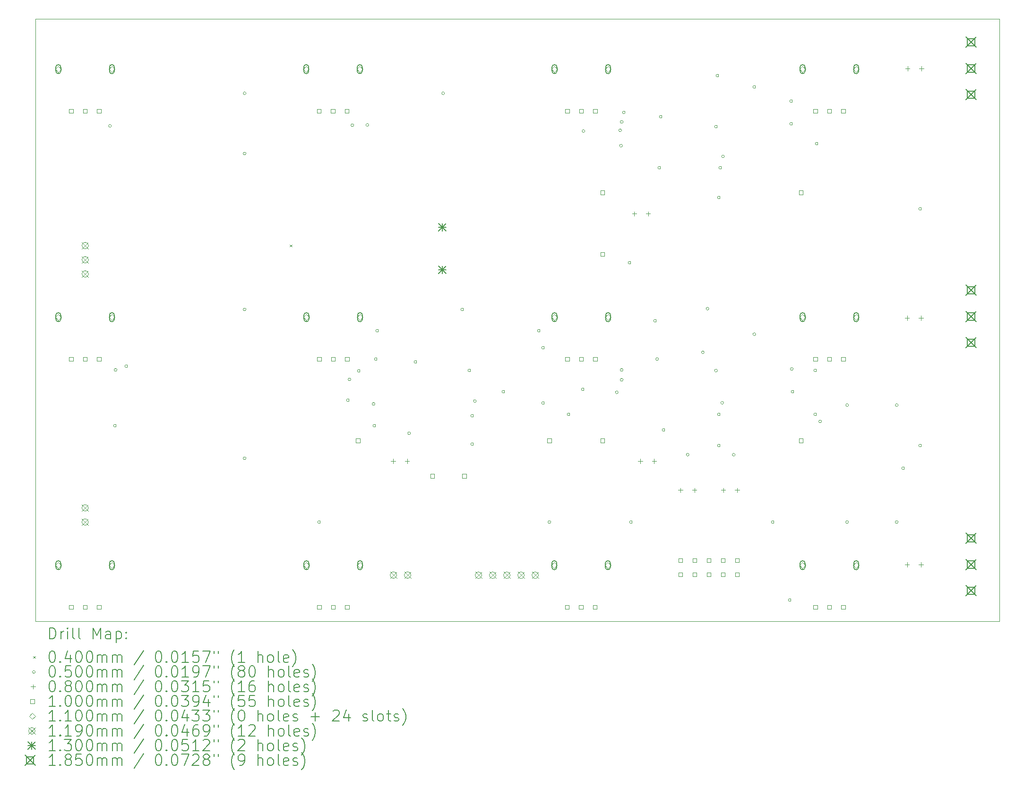
<source format=gbr>
%FSLAX45Y45*%
G04 Gerber Fmt 4.5, Leading zero omitted, Abs format (unit mm)*
G04 Created by KiCad (PCBNEW 6.0.5+dfsg-1~bpo11+1) date 2022-06-30 11:54:21*
%MOMM*%
%LPD*%
G01*
G04 APERTURE LIST*
%TA.AperFunction,Profile*%
%ADD10C,0.100000*%
%TD*%
%ADD11C,0.200000*%
%ADD12C,0.040000*%
%ADD13C,0.050000*%
%ADD14C,0.080000*%
%ADD15C,0.100000*%
%ADD16C,0.110000*%
%ADD17C,0.119000*%
%ADD18C,0.130000*%
%ADD19C,0.185000*%
G04 APERTURE END LIST*
D10*
X23482700Y-14808200D02*
X23482700Y-4013200D01*
X23482700Y-4013200D02*
X6210700Y-4013200D01*
X6210700Y-14808200D02*
X23482700Y-14808200D01*
X6210700Y-4013200D02*
X6210700Y-14808200D01*
D11*
D12*
X10762700Y-8057200D02*
X10802700Y-8097200D01*
X10802700Y-8057200D02*
X10762700Y-8097200D01*
D13*
X7569200Y-5930900D02*
G75*
G03*
X7569200Y-5930900I-25000J0D01*
G01*
X7658100Y-11303000D02*
G75*
G03*
X7658100Y-11303000I-25000J0D01*
G01*
X7670800Y-10303650D02*
G75*
G03*
X7670800Y-10303650I-25000J0D01*
G01*
X7861300Y-10236200D02*
G75*
G03*
X7861300Y-10236200I-25000J0D01*
G01*
X9982200Y-5346700D02*
G75*
G03*
X9982200Y-5346700I-25000J0D01*
G01*
X9982200Y-6426200D02*
G75*
G03*
X9982200Y-6426200I-25000J0D01*
G01*
X9982200Y-9220200D02*
G75*
G03*
X9982200Y-9220200I-25000J0D01*
G01*
X9982200Y-11887200D02*
G75*
G03*
X9982200Y-11887200I-25000J0D01*
G01*
X11315700Y-13030200D02*
G75*
G03*
X11315700Y-13030200I-25000J0D01*
G01*
X11832450Y-10845800D02*
G75*
G03*
X11832450Y-10845800I-25000J0D01*
G01*
X11861800Y-10473550D02*
G75*
G03*
X11861800Y-10473550I-25000J0D01*
G01*
X11912600Y-5918200D02*
G75*
G03*
X11912600Y-5918200I-25000J0D01*
G01*
X12026900Y-10321150D02*
G75*
G03*
X12026900Y-10321150I-25000J0D01*
G01*
X12181348Y-5914250D02*
G75*
G03*
X12181348Y-5914250I-25000J0D01*
G01*
X12292390Y-10913250D02*
G75*
G03*
X12292390Y-10913250I-25000J0D01*
G01*
X12306300Y-11303000D02*
G75*
G03*
X12306300Y-11303000I-25000J0D01*
G01*
X12331700Y-10109200D02*
G75*
G03*
X12331700Y-10109200I-25000J0D01*
G01*
X12357100Y-9601200D02*
G75*
G03*
X12357100Y-9601200I-25000J0D01*
G01*
X12929533Y-11438750D02*
G75*
G03*
X12929533Y-11438750I-25000J0D01*
G01*
X13042900Y-10160000D02*
G75*
G03*
X13042900Y-10160000I-25000J0D01*
G01*
X13538200Y-5346700D02*
G75*
G03*
X13538200Y-5346700I-25000J0D01*
G01*
X13881100Y-9220200D02*
G75*
G03*
X13881100Y-9220200I-25000J0D01*
G01*
X14008100Y-10312400D02*
G75*
G03*
X14008100Y-10312400I-25000J0D01*
G01*
X14058900Y-11125200D02*
G75*
G03*
X14058900Y-11125200I-25000J0D01*
G01*
X14058900Y-11633200D02*
G75*
G03*
X14058900Y-11633200I-25000J0D01*
G01*
X14107287Y-10862450D02*
G75*
G03*
X14107287Y-10862450I-25000J0D01*
G01*
X14617700Y-10693400D02*
G75*
G03*
X14617700Y-10693400I-25000J0D01*
G01*
X15252700Y-9601200D02*
G75*
G03*
X15252700Y-9601200I-25000J0D01*
G01*
X15328900Y-9906000D02*
G75*
G03*
X15328900Y-9906000I-25000J0D01*
G01*
X15328900Y-10896600D02*
G75*
G03*
X15328900Y-10896600I-25000J0D01*
G01*
X15443200Y-13030200D02*
G75*
G03*
X15443200Y-13030200I-25000J0D01*
G01*
X15786100Y-11099800D02*
G75*
G03*
X15786100Y-11099800I-25000J0D01*
G01*
X16040100Y-10651350D02*
G75*
G03*
X16040100Y-10651350I-25000J0D01*
G01*
X16052800Y-6023750D02*
G75*
G03*
X16052800Y-6023750I-25000J0D01*
G01*
X16649700Y-10706100D02*
G75*
G03*
X16649700Y-10706100I-25000J0D01*
G01*
X16711080Y-6010259D02*
G75*
G03*
X16711080Y-6010259I-25000J0D01*
G01*
X16725900Y-6286500D02*
G75*
G03*
X16725900Y-6286500I-25000J0D01*
G01*
X16738414Y-10303650D02*
G75*
G03*
X16738414Y-10303650I-25000J0D01*
G01*
X16738600Y-10481450D02*
G75*
G03*
X16738600Y-10481450I-25000J0D01*
G01*
X16739219Y-5859421D02*
G75*
G03*
X16739219Y-5859421I-25000J0D01*
G01*
X16776701Y-5689552D02*
G75*
G03*
X16776701Y-5689552I-25000J0D01*
G01*
X16878300Y-8382000D02*
G75*
G03*
X16878300Y-8382000I-25000J0D01*
G01*
X16903700Y-13030200D02*
G75*
G03*
X16903700Y-13030200I-25000J0D01*
G01*
X17335500Y-9423400D02*
G75*
G03*
X17335500Y-9423400I-25000J0D01*
G01*
X17373600Y-10109200D02*
G75*
G03*
X17373600Y-10109200I-25000J0D01*
G01*
X17411700Y-6680200D02*
G75*
G03*
X17411700Y-6680200I-25000J0D01*
G01*
X17437100Y-5765800D02*
G75*
G03*
X17437100Y-5765800I-25000J0D01*
G01*
X17487900Y-11379200D02*
G75*
G03*
X17487900Y-11379200I-25000J0D01*
G01*
X17919700Y-11823700D02*
G75*
G03*
X17919700Y-11823700I-25000J0D01*
G01*
X18192600Y-9988700D02*
G75*
G03*
X18192600Y-9988700I-25000J0D01*
G01*
X18275300Y-9207500D02*
G75*
G03*
X18275300Y-9207500I-25000J0D01*
G01*
X18427700Y-5943600D02*
G75*
G03*
X18427700Y-5943600I-25000J0D01*
G01*
X18427700Y-10316350D02*
G75*
G03*
X18427700Y-10316350I-25000J0D01*
G01*
X18453100Y-5029200D02*
G75*
G03*
X18453100Y-5029200I-25000J0D01*
G01*
X18478500Y-7213600D02*
G75*
G03*
X18478500Y-7213600I-25000J0D01*
G01*
X18478500Y-11099800D02*
G75*
G03*
X18478500Y-11099800I-25000J0D01*
G01*
X18478500Y-11658600D02*
G75*
G03*
X18478500Y-11658600I-25000J0D01*
G01*
X18503900Y-6680200D02*
G75*
G03*
X18503900Y-6680200I-25000J0D01*
G01*
X18538701Y-10894074D02*
G75*
G03*
X18538701Y-10894074I-25000J0D01*
G01*
X18553700Y-6478000D02*
G75*
G03*
X18553700Y-6478000I-25000J0D01*
G01*
X18745200Y-11823700D02*
G75*
G03*
X18745200Y-11823700I-25000J0D01*
G01*
X19113500Y-5232400D02*
G75*
G03*
X19113500Y-5232400I-25000J0D01*
G01*
X19113500Y-9664700D02*
G75*
G03*
X19113500Y-9664700I-25000J0D01*
G01*
X19443700Y-13030200D02*
G75*
G03*
X19443700Y-13030200I-25000J0D01*
G01*
X19748500Y-14427200D02*
G75*
G03*
X19748500Y-14427200I-25000J0D01*
G01*
X19773900Y-5486400D02*
G75*
G03*
X19773900Y-5486400I-25000J0D01*
G01*
X19773900Y-5892800D02*
G75*
G03*
X19773900Y-5892800I-25000J0D01*
G01*
X19786600Y-10287000D02*
G75*
G03*
X19786600Y-10287000I-25000J0D01*
G01*
X19799300Y-10693400D02*
G75*
G03*
X19799300Y-10693400I-25000J0D01*
G01*
X20205700Y-10312400D02*
G75*
G03*
X20205700Y-10312400I-25000J0D01*
G01*
X20205700Y-11099800D02*
G75*
G03*
X20205700Y-11099800I-25000J0D01*
G01*
X20231100Y-6248400D02*
G75*
G03*
X20231100Y-6248400I-25000J0D01*
G01*
X20294650Y-11226800D02*
G75*
G03*
X20294650Y-11226800I-25000J0D01*
G01*
X20777200Y-10934700D02*
G75*
G03*
X20777200Y-10934700I-25000J0D01*
G01*
X20777200Y-13030200D02*
G75*
G03*
X20777200Y-13030200I-25000J0D01*
G01*
X21666200Y-10934700D02*
G75*
G03*
X21666200Y-10934700I-25000J0D01*
G01*
X21666200Y-13030200D02*
G75*
G03*
X21666200Y-13030200I-25000J0D01*
G01*
X21780500Y-12065000D02*
G75*
G03*
X21780500Y-12065000I-25000J0D01*
G01*
X22085300Y-7416800D02*
G75*
G03*
X22085300Y-7416800I-25000J0D01*
G01*
X22085300Y-11658600D02*
G75*
G03*
X22085300Y-11658600I-25000J0D01*
G01*
D14*
X12619038Y-11898000D02*
X12619038Y-11978000D01*
X12579038Y-11938000D02*
X12659038Y-11938000D01*
X12869038Y-11898000D02*
X12869038Y-11978000D01*
X12829038Y-11938000D02*
X12909038Y-11938000D01*
X16938788Y-7465700D02*
X16938788Y-7545700D01*
X16898788Y-7505700D02*
X16978788Y-7505700D01*
X17045138Y-11898000D02*
X17045138Y-11978000D01*
X17005138Y-11938000D02*
X17085138Y-11938000D01*
X17188788Y-7465700D02*
X17188788Y-7545700D01*
X17148788Y-7505700D02*
X17228788Y-7505700D01*
X17295138Y-11898000D02*
X17295138Y-11978000D01*
X17255138Y-11938000D02*
X17335138Y-11938000D01*
X17767700Y-12418700D02*
X17767700Y-12498700D01*
X17727700Y-12458700D02*
X17807700Y-12458700D01*
X18017700Y-12418700D02*
X18017700Y-12498700D01*
X17977700Y-12458700D02*
X18057700Y-12458700D01*
X18533700Y-12418700D02*
X18533700Y-12498700D01*
X18493700Y-12458700D02*
X18573700Y-12458700D01*
X18783700Y-12418700D02*
X18783700Y-12498700D01*
X18743700Y-12458700D02*
X18823700Y-12458700D01*
X21826938Y-9332600D02*
X21826938Y-9412600D01*
X21786938Y-9372600D02*
X21866938Y-9372600D01*
X21826938Y-13752200D02*
X21826938Y-13832200D01*
X21786938Y-13792200D02*
X21866938Y-13792200D01*
X21835700Y-4862200D02*
X21835700Y-4942200D01*
X21795700Y-4902200D02*
X21875700Y-4902200D01*
X22076938Y-9332600D02*
X22076938Y-9412600D01*
X22036938Y-9372600D02*
X22116938Y-9372600D01*
X22076938Y-13752200D02*
X22076938Y-13832200D01*
X22036938Y-13792200D02*
X22116938Y-13792200D01*
X22085700Y-4862200D02*
X22085700Y-4942200D01*
X22045700Y-4902200D02*
X22125700Y-4902200D01*
D15*
X6885056Y-5699556D02*
X6885056Y-5628844D01*
X6814344Y-5628844D01*
X6814344Y-5699556D01*
X6885056Y-5699556D01*
X6885056Y-10144556D02*
X6885056Y-10073844D01*
X6814344Y-10073844D01*
X6814344Y-10144556D01*
X6885056Y-10144556D01*
X6885056Y-14589556D02*
X6885056Y-14518844D01*
X6814344Y-14518844D01*
X6814344Y-14589556D01*
X6885056Y-14589556D01*
X7135056Y-5699556D02*
X7135056Y-5628844D01*
X7064344Y-5628844D01*
X7064344Y-5699556D01*
X7135056Y-5699556D01*
X7135056Y-10144556D02*
X7135056Y-10073844D01*
X7064344Y-10073844D01*
X7064344Y-10144556D01*
X7135056Y-10144556D01*
X7135056Y-14589556D02*
X7135056Y-14518844D01*
X7064344Y-14518844D01*
X7064344Y-14589556D01*
X7135056Y-14589556D01*
X7385056Y-5699556D02*
X7385056Y-5628844D01*
X7314344Y-5628844D01*
X7314344Y-5699556D01*
X7385056Y-5699556D01*
X7385056Y-10144556D02*
X7385056Y-10073844D01*
X7314344Y-10073844D01*
X7314344Y-10144556D01*
X7385056Y-10144556D01*
X7385056Y-14589556D02*
X7385056Y-14518844D01*
X7314344Y-14518844D01*
X7314344Y-14589556D01*
X7385056Y-14589556D01*
X11326056Y-5699556D02*
X11326056Y-5628844D01*
X11255344Y-5628844D01*
X11255344Y-5699556D01*
X11326056Y-5699556D01*
X11330056Y-10144556D02*
X11330056Y-10073844D01*
X11259344Y-10073844D01*
X11259344Y-10144556D01*
X11330056Y-10144556D01*
X11330056Y-14589556D02*
X11330056Y-14518844D01*
X11259344Y-14518844D01*
X11259344Y-14589556D01*
X11330056Y-14589556D01*
X11576056Y-5699556D02*
X11576056Y-5628844D01*
X11505344Y-5628844D01*
X11505344Y-5699556D01*
X11576056Y-5699556D01*
X11580056Y-10144556D02*
X11580056Y-10073844D01*
X11509344Y-10073844D01*
X11509344Y-10144556D01*
X11580056Y-10144556D01*
X11580056Y-14589556D02*
X11580056Y-14518844D01*
X11509344Y-14518844D01*
X11509344Y-14589556D01*
X11580056Y-14589556D01*
X11826056Y-5699556D02*
X11826056Y-5628844D01*
X11755344Y-5628844D01*
X11755344Y-5699556D01*
X11826056Y-5699556D01*
X11830056Y-10144556D02*
X11830056Y-10073844D01*
X11759344Y-10073844D01*
X11759344Y-10144556D01*
X11830056Y-10144556D01*
X11830056Y-14589556D02*
X11830056Y-14518844D01*
X11759344Y-14518844D01*
X11759344Y-14589556D01*
X11830056Y-14589556D01*
X12024556Y-11605056D02*
X12024556Y-11534344D01*
X11953844Y-11534344D01*
X11953844Y-11605056D01*
X12024556Y-11605056D01*
X13358056Y-12240056D02*
X13358056Y-12169344D01*
X13287344Y-12169344D01*
X13287344Y-12240056D01*
X13358056Y-12240056D01*
X13929556Y-12240056D02*
X13929556Y-12169344D01*
X13858844Y-12169344D01*
X13858844Y-12240056D01*
X13929556Y-12240056D01*
X15453556Y-11605056D02*
X15453556Y-11534344D01*
X15382844Y-11534344D01*
X15382844Y-11605056D01*
X15453556Y-11605056D01*
X15771056Y-14589556D02*
X15771056Y-14518844D01*
X15700344Y-14518844D01*
X15700344Y-14589556D01*
X15771056Y-14589556D01*
X15775056Y-5699556D02*
X15775056Y-5628844D01*
X15704344Y-5628844D01*
X15704344Y-5699556D01*
X15775056Y-5699556D01*
X15775056Y-10144556D02*
X15775056Y-10073844D01*
X15704344Y-10073844D01*
X15704344Y-10144556D01*
X15775056Y-10144556D01*
X16021056Y-14589556D02*
X16021056Y-14518844D01*
X15950344Y-14518844D01*
X15950344Y-14589556D01*
X16021056Y-14589556D01*
X16025056Y-5699556D02*
X16025056Y-5628844D01*
X15954344Y-5628844D01*
X15954344Y-5699556D01*
X16025056Y-5699556D01*
X16025056Y-10144556D02*
X16025056Y-10073844D01*
X15954344Y-10073844D01*
X15954344Y-10144556D01*
X16025056Y-10144556D01*
X16271056Y-14589556D02*
X16271056Y-14518844D01*
X16200344Y-14518844D01*
X16200344Y-14589556D01*
X16271056Y-14589556D01*
X16275056Y-5699556D02*
X16275056Y-5628844D01*
X16204344Y-5628844D01*
X16204344Y-5699556D01*
X16275056Y-5699556D01*
X16275056Y-10144556D02*
X16275056Y-10073844D01*
X16204344Y-10073844D01*
X16204344Y-10144556D01*
X16275056Y-10144556D01*
X16406056Y-7160056D02*
X16406056Y-7089344D01*
X16335344Y-7089344D01*
X16335344Y-7160056D01*
X16406056Y-7160056D01*
X16406056Y-8264956D02*
X16406056Y-8194244D01*
X16335344Y-8194244D01*
X16335344Y-8264956D01*
X16406056Y-8264956D01*
X16406056Y-11605056D02*
X16406056Y-11534344D01*
X16335344Y-11534344D01*
X16335344Y-11605056D01*
X16406056Y-11605056D01*
X17803056Y-13752306D02*
X17803056Y-13681594D01*
X17732344Y-13681594D01*
X17732344Y-13752306D01*
X17803056Y-13752306D01*
X17803056Y-14006306D02*
X17803056Y-13935594D01*
X17732344Y-13935594D01*
X17732344Y-14006306D01*
X17803056Y-14006306D01*
X18057056Y-13752306D02*
X18057056Y-13681594D01*
X17986344Y-13681594D01*
X17986344Y-13752306D01*
X18057056Y-13752306D01*
X18057056Y-14006306D02*
X18057056Y-13935594D01*
X17986344Y-13935594D01*
X17986344Y-14006306D01*
X18057056Y-14006306D01*
X18311056Y-13752306D02*
X18311056Y-13681594D01*
X18240344Y-13681594D01*
X18240344Y-13752306D01*
X18311056Y-13752306D01*
X18311056Y-14006306D02*
X18311056Y-13935594D01*
X18240344Y-13935594D01*
X18240344Y-14006306D01*
X18311056Y-14006306D01*
X18565056Y-13752306D02*
X18565056Y-13681594D01*
X18494344Y-13681594D01*
X18494344Y-13752306D01*
X18565056Y-13752306D01*
X18565056Y-14006306D02*
X18565056Y-13935594D01*
X18494344Y-13935594D01*
X18494344Y-14006306D01*
X18565056Y-14006306D01*
X18819056Y-13752306D02*
X18819056Y-13681594D01*
X18748344Y-13681594D01*
X18748344Y-13752306D01*
X18819056Y-13752306D01*
X18819056Y-14006306D02*
X18819056Y-13935594D01*
X18748344Y-13935594D01*
X18748344Y-14006306D01*
X18819056Y-14006306D01*
X19962056Y-7160056D02*
X19962056Y-7089344D01*
X19891344Y-7089344D01*
X19891344Y-7160056D01*
X19962056Y-7160056D01*
X19962056Y-11605056D02*
X19962056Y-11534344D01*
X19891344Y-11534344D01*
X19891344Y-11605056D01*
X19962056Y-11605056D01*
X20220056Y-5699556D02*
X20220056Y-5628844D01*
X20149344Y-5628844D01*
X20149344Y-5699556D01*
X20220056Y-5699556D01*
X20220056Y-10144556D02*
X20220056Y-10073844D01*
X20149344Y-10073844D01*
X20149344Y-10144556D01*
X20220056Y-10144556D01*
X20220056Y-14589556D02*
X20220056Y-14518844D01*
X20149344Y-14518844D01*
X20149344Y-14589556D01*
X20220056Y-14589556D01*
X20470056Y-5699556D02*
X20470056Y-5628844D01*
X20399344Y-5628844D01*
X20399344Y-5699556D01*
X20470056Y-5699556D01*
X20470056Y-10144556D02*
X20470056Y-10073844D01*
X20399344Y-10073844D01*
X20399344Y-10144556D01*
X20470056Y-10144556D01*
X20470056Y-14589556D02*
X20470056Y-14518844D01*
X20399344Y-14518844D01*
X20399344Y-14589556D01*
X20470056Y-14589556D01*
X20720056Y-5699556D02*
X20720056Y-5628844D01*
X20649344Y-5628844D01*
X20649344Y-5699556D01*
X20720056Y-5699556D01*
X20720056Y-10144556D02*
X20720056Y-10073844D01*
X20649344Y-10073844D01*
X20649344Y-10144556D01*
X20720056Y-10144556D01*
X20720056Y-14589556D02*
X20720056Y-14518844D01*
X20649344Y-14518844D01*
X20649344Y-14589556D01*
X20720056Y-14589556D01*
D16*
X6619700Y-4969200D02*
X6674700Y-4914200D01*
X6619700Y-4859200D01*
X6564700Y-4914200D01*
X6619700Y-4969200D01*
D11*
X6664700Y-4949200D02*
X6664700Y-4879200D01*
X6574700Y-4949200D02*
X6574700Y-4879200D01*
X6664700Y-4879200D02*
G75*
G03*
X6574700Y-4879200I-45000J0D01*
G01*
X6574700Y-4949200D02*
G75*
G03*
X6664700Y-4949200I45000J0D01*
G01*
D16*
X6619700Y-9414200D02*
X6674700Y-9359200D01*
X6619700Y-9304200D01*
X6564700Y-9359200D01*
X6619700Y-9414200D01*
D11*
X6664700Y-9394200D02*
X6664700Y-9324200D01*
X6574700Y-9394200D02*
X6574700Y-9324200D01*
X6664700Y-9324200D02*
G75*
G03*
X6574700Y-9324200I-45000J0D01*
G01*
X6574700Y-9394200D02*
G75*
G03*
X6664700Y-9394200I45000J0D01*
G01*
D16*
X6619700Y-13859200D02*
X6674700Y-13804200D01*
X6619700Y-13749200D01*
X6564700Y-13804200D01*
X6619700Y-13859200D01*
D11*
X6664700Y-13839200D02*
X6664700Y-13769200D01*
X6574700Y-13839200D02*
X6574700Y-13769200D01*
X6664700Y-13769200D02*
G75*
G03*
X6574700Y-13769200I-45000J0D01*
G01*
X6574700Y-13839200D02*
G75*
G03*
X6664700Y-13839200I45000J0D01*
G01*
D16*
X7579700Y-4969200D02*
X7634700Y-4914200D01*
X7579700Y-4859200D01*
X7524700Y-4914200D01*
X7579700Y-4969200D01*
D11*
X7624700Y-4949200D02*
X7624700Y-4879200D01*
X7534700Y-4949200D02*
X7534700Y-4879200D01*
X7624700Y-4879200D02*
G75*
G03*
X7534700Y-4879200I-45000J0D01*
G01*
X7534700Y-4949200D02*
G75*
G03*
X7624700Y-4949200I45000J0D01*
G01*
D16*
X7579700Y-9414200D02*
X7634700Y-9359200D01*
X7579700Y-9304200D01*
X7524700Y-9359200D01*
X7579700Y-9414200D01*
D11*
X7624700Y-9394200D02*
X7624700Y-9324200D01*
X7534700Y-9394200D02*
X7534700Y-9324200D01*
X7624700Y-9324200D02*
G75*
G03*
X7534700Y-9324200I-45000J0D01*
G01*
X7534700Y-9394200D02*
G75*
G03*
X7624700Y-9394200I45000J0D01*
G01*
D16*
X7579700Y-13859200D02*
X7634700Y-13804200D01*
X7579700Y-13749200D01*
X7524700Y-13804200D01*
X7579700Y-13859200D01*
D11*
X7624700Y-13839200D02*
X7624700Y-13769200D01*
X7534700Y-13839200D02*
X7534700Y-13769200D01*
X7624700Y-13769200D02*
G75*
G03*
X7534700Y-13769200I-45000J0D01*
G01*
X7534700Y-13839200D02*
G75*
G03*
X7624700Y-13839200I45000J0D01*
G01*
D16*
X11060700Y-4969200D02*
X11115700Y-4914200D01*
X11060700Y-4859200D01*
X11005700Y-4914200D01*
X11060700Y-4969200D01*
D11*
X11105700Y-4949200D02*
X11105700Y-4879200D01*
X11015700Y-4949200D02*
X11015700Y-4879200D01*
X11105700Y-4879200D02*
G75*
G03*
X11015700Y-4879200I-45000J0D01*
G01*
X11015700Y-4949200D02*
G75*
G03*
X11105700Y-4949200I45000J0D01*
G01*
D16*
X11064700Y-9414200D02*
X11119700Y-9359200D01*
X11064700Y-9304200D01*
X11009700Y-9359200D01*
X11064700Y-9414200D01*
D11*
X11109700Y-9394200D02*
X11109700Y-9324200D01*
X11019700Y-9394200D02*
X11019700Y-9324200D01*
X11109700Y-9324200D02*
G75*
G03*
X11019700Y-9324200I-45000J0D01*
G01*
X11019700Y-9394200D02*
G75*
G03*
X11109700Y-9394200I45000J0D01*
G01*
D16*
X11064700Y-13859200D02*
X11119700Y-13804200D01*
X11064700Y-13749200D01*
X11009700Y-13804200D01*
X11064700Y-13859200D01*
D11*
X11109700Y-13839200D02*
X11109700Y-13769200D01*
X11019700Y-13839200D02*
X11019700Y-13769200D01*
X11109700Y-13769200D02*
G75*
G03*
X11019700Y-13769200I-45000J0D01*
G01*
X11019700Y-13839200D02*
G75*
G03*
X11109700Y-13839200I45000J0D01*
G01*
D16*
X12020700Y-4969200D02*
X12075700Y-4914200D01*
X12020700Y-4859200D01*
X11965700Y-4914200D01*
X12020700Y-4969200D01*
D11*
X12065700Y-4949200D02*
X12065700Y-4879200D01*
X11975700Y-4949200D02*
X11975700Y-4879200D01*
X12065700Y-4879200D02*
G75*
G03*
X11975700Y-4879200I-45000J0D01*
G01*
X11975700Y-4949200D02*
G75*
G03*
X12065700Y-4949200I45000J0D01*
G01*
D16*
X12024700Y-9414200D02*
X12079700Y-9359200D01*
X12024700Y-9304200D01*
X11969700Y-9359200D01*
X12024700Y-9414200D01*
D11*
X12069700Y-9394200D02*
X12069700Y-9324200D01*
X11979700Y-9394200D02*
X11979700Y-9324200D01*
X12069700Y-9324200D02*
G75*
G03*
X11979700Y-9324200I-45000J0D01*
G01*
X11979700Y-9394200D02*
G75*
G03*
X12069700Y-9394200I45000J0D01*
G01*
D16*
X12024700Y-13859200D02*
X12079700Y-13804200D01*
X12024700Y-13749200D01*
X11969700Y-13804200D01*
X12024700Y-13859200D01*
D11*
X12069700Y-13839200D02*
X12069700Y-13769200D01*
X11979700Y-13839200D02*
X11979700Y-13769200D01*
X12069700Y-13769200D02*
G75*
G03*
X11979700Y-13769200I-45000J0D01*
G01*
X11979700Y-13839200D02*
G75*
G03*
X12069700Y-13839200I45000J0D01*
G01*
D16*
X15505700Y-13859200D02*
X15560700Y-13804200D01*
X15505700Y-13749200D01*
X15450700Y-13804200D01*
X15505700Y-13859200D01*
D11*
X15550700Y-13839200D02*
X15550700Y-13769200D01*
X15460700Y-13839200D02*
X15460700Y-13769200D01*
X15550700Y-13769200D02*
G75*
G03*
X15460700Y-13769200I-45000J0D01*
G01*
X15460700Y-13839200D02*
G75*
G03*
X15550700Y-13839200I45000J0D01*
G01*
D16*
X15509700Y-4969200D02*
X15564700Y-4914200D01*
X15509700Y-4859200D01*
X15454700Y-4914200D01*
X15509700Y-4969200D01*
D11*
X15554700Y-4949200D02*
X15554700Y-4879200D01*
X15464700Y-4949200D02*
X15464700Y-4879200D01*
X15554700Y-4879200D02*
G75*
G03*
X15464700Y-4879200I-45000J0D01*
G01*
X15464700Y-4949200D02*
G75*
G03*
X15554700Y-4949200I45000J0D01*
G01*
D16*
X15509700Y-9414200D02*
X15564700Y-9359200D01*
X15509700Y-9304200D01*
X15454700Y-9359200D01*
X15509700Y-9414200D01*
D11*
X15554700Y-9394200D02*
X15554700Y-9324200D01*
X15464700Y-9394200D02*
X15464700Y-9324200D01*
X15554700Y-9324200D02*
G75*
G03*
X15464700Y-9324200I-45000J0D01*
G01*
X15464700Y-9394200D02*
G75*
G03*
X15554700Y-9394200I45000J0D01*
G01*
D16*
X16465700Y-13859200D02*
X16520700Y-13804200D01*
X16465700Y-13749200D01*
X16410700Y-13804200D01*
X16465700Y-13859200D01*
D11*
X16510700Y-13839200D02*
X16510700Y-13769200D01*
X16420700Y-13839200D02*
X16420700Y-13769200D01*
X16510700Y-13769200D02*
G75*
G03*
X16420700Y-13769200I-45000J0D01*
G01*
X16420700Y-13839200D02*
G75*
G03*
X16510700Y-13839200I45000J0D01*
G01*
D16*
X16469700Y-4969200D02*
X16524700Y-4914200D01*
X16469700Y-4859200D01*
X16414700Y-4914200D01*
X16469700Y-4969200D01*
D11*
X16514700Y-4949200D02*
X16514700Y-4879200D01*
X16424700Y-4949200D02*
X16424700Y-4879200D01*
X16514700Y-4879200D02*
G75*
G03*
X16424700Y-4879200I-45000J0D01*
G01*
X16424700Y-4949200D02*
G75*
G03*
X16514700Y-4949200I45000J0D01*
G01*
D16*
X16469700Y-9414200D02*
X16524700Y-9359200D01*
X16469700Y-9304200D01*
X16414700Y-9359200D01*
X16469700Y-9414200D01*
D11*
X16514700Y-9394200D02*
X16514700Y-9324200D01*
X16424700Y-9394200D02*
X16424700Y-9324200D01*
X16514700Y-9324200D02*
G75*
G03*
X16424700Y-9324200I-45000J0D01*
G01*
X16424700Y-9394200D02*
G75*
G03*
X16514700Y-9394200I45000J0D01*
G01*
D16*
X19954700Y-4969200D02*
X20009700Y-4914200D01*
X19954700Y-4859200D01*
X19899700Y-4914200D01*
X19954700Y-4969200D01*
D11*
X19999700Y-4949200D02*
X19999700Y-4879200D01*
X19909700Y-4949200D02*
X19909700Y-4879200D01*
X19999700Y-4879200D02*
G75*
G03*
X19909700Y-4879200I-45000J0D01*
G01*
X19909700Y-4949200D02*
G75*
G03*
X19999700Y-4949200I45000J0D01*
G01*
D16*
X19954700Y-9414200D02*
X20009700Y-9359200D01*
X19954700Y-9304200D01*
X19899700Y-9359200D01*
X19954700Y-9414200D01*
D11*
X19999700Y-9394200D02*
X19999700Y-9324200D01*
X19909700Y-9394200D02*
X19909700Y-9324200D01*
X19999700Y-9324200D02*
G75*
G03*
X19909700Y-9324200I-45000J0D01*
G01*
X19909700Y-9394200D02*
G75*
G03*
X19999700Y-9394200I45000J0D01*
G01*
D16*
X19954700Y-13859200D02*
X20009700Y-13804200D01*
X19954700Y-13749200D01*
X19899700Y-13804200D01*
X19954700Y-13859200D01*
D11*
X19999700Y-13839200D02*
X19999700Y-13769200D01*
X19909700Y-13839200D02*
X19909700Y-13769200D01*
X19999700Y-13769200D02*
G75*
G03*
X19909700Y-13769200I-45000J0D01*
G01*
X19909700Y-13839200D02*
G75*
G03*
X19999700Y-13839200I45000J0D01*
G01*
D16*
X20914700Y-4969200D02*
X20969700Y-4914200D01*
X20914700Y-4859200D01*
X20859700Y-4914200D01*
X20914700Y-4969200D01*
D11*
X20959700Y-4949200D02*
X20959700Y-4879200D01*
X20869700Y-4949200D02*
X20869700Y-4879200D01*
X20959700Y-4879200D02*
G75*
G03*
X20869700Y-4879200I-45000J0D01*
G01*
X20869700Y-4949200D02*
G75*
G03*
X20959700Y-4949200I45000J0D01*
G01*
D16*
X20914700Y-9414200D02*
X20969700Y-9359200D01*
X20914700Y-9304200D01*
X20859700Y-9359200D01*
X20914700Y-9414200D01*
D11*
X20959700Y-9394200D02*
X20959700Y-9324200D01*
X20869700Y-9394200D02*
X20869700Y-9324200D01*
X20959700Y-9324200D02*
G75*
G03*
X20869700Y-9324200I-45000J0D01*
G01*
X20869700Y-9394200D02*
G75*
G03*
X20959700Y-9394200I45000J0D01*
G01*
D16*
X20914700Y-13859200D02*
X20969700Y-13804200D01*
X20914700Y-13749200D01*
X20859700Y-13804200D01*
X20914700Y-13859200D01*
D11*
X20959700Y-13839200D02*
X20959700Y-13769200D01*
X20869700Y-13839200D02*
X20869700Y-13769200D01*
X20959700Y-13769200D02*
G75*
G03*
X20869700Y-13769200I-45000J0D01*
G01*
X20869700Y-13839200D02*
G75*
G03*
X20959700Y-13839200I45000J0D01*
G01*
D17*
X7040200Y-12716700D02*
X7159200Y-12835700D01*
X7159200Y-12716700D02*
X7040200Y-12835700D01*
X7159200Y-12776200D02*
G75*
G03*
X7159200Y-12776200I-59500J0D01*
G01*
X7040200Y-12970700D02*
X7159200Y-13089700D01*
X7159200Y-12970700D02*
X7040200Y-13089700D01*
X7159200Y-13030200D02*
G75*
G03*
X7159200Y-13030200I-59500J0D01*
G01*
X7042200Y-8017700D02*
X7161200Y-8136700D01*
X7161200Y-8017700D02*
X7042200Y-8136700D01*
X7161200Y-8077200D02*
G75*
G03*
X7161200Y-8077200I-59500J0D01*
G01*
X7042200Y-8271700D02*
X7161200Y-8390700D01*
X7161200Y-8271700D02*
X7042200Y-8390700D01*
X7161200Y-8331200D02*
G75*
G03*
X7161200Y-8331200I-59500J0D01*
G01*
X7042200Y-8525700D02*
X7161200Y-8644700D01*
X7161200Y-8525700D02*
X7042200Y-8644700D01*
X7161200Y-8585200D02*
G75*
G03*
X7161200Y-8585200I-59500J0D01*
G01*
X12564700Y-13921200D02*
X12683700Y-14040200D01*
X12683700Y-13921200D02*
X12564700Y-14040200D01*
X12683700Y-13980700D02*
G75*
G03*
X12683700Y-13980700I-59500J0D01*
G01*
X12818700Y-13921200D02*
X12937700Y-14040200D01*
X12937700Y-13921200D02*
X12818700Y-14040200D01*
X12937700Y-13980700D02*
G75*
G03*
X12937700Y-13980700I-59500J0D01*
G01*
X14088700Y-13923200D02*
X14207700Y-14042200D01*
X14207700Y-13923200D02*
X14088700Y-14042200D01*
X14207700Y-13982700D02*
G75*
G03*
X14207700Y-13982700I-59500J0D01*
G01*
X14342700Y-13923200D02*
X14461700Y-14042200D01*
X14461700Y-13923200D02*
X14342700Y-14042200D01*
X14461700Y-13982700D02*
G75*
G03*
X14461700Y-13982700I-59500J0D01*
G01*
X14596700Y-13923200D02*
X14715700Y-14042200D01*
X14715700Y-13923200D02*
X14596700Y-14042200D01*
X14715700Y-13982700D02*
G75*
G03*
X14715700Y-13982700I-59500J0D01*
G01*
X14850700Y-13923200D02*
X14969700Y-14042200D01*
X14969700Y-13923200D02*
X14850700Y-14042200D01*
X14969700Y-13982700D02*
G75*
G03*
X14969700Y-13982700I-59500J0D01*
G01*
X15104700Y-13923200D02*
X15223700Y-14042200D01*
X15223700Y-13923200D02*
X15104700Y-14042200D01*
X15223700Y-13982700D02*
G75*
G03*
X15223700Y-13982700I-59500J0D01*
G01*
D18*
X13435500Y-7682000D02*
X13565500Y-7812000D01*
X13565500Y-7682000D02*
X13435500Y-7812000D01*
X13500500Y-7682000D02*
X13500500Y-7812000D01*
X13435500Y-7747000D02*
X13565500Y-7747000D01*
X13435500Y-8444000D02*
X13565500Y-8574000D01*
X13565500Y-8444000D02*
X13435500Y-8574000D01*
X13500500Y-8444000D02*
X13500500Y-8574000D01*
X13435500Y-8509000D02*
X13565500Y-8509000D01*
D19*
X22882200Y-4339700D02*
X23067200Y-4524700D01*
X23067200Y-4339700D02*
X22882200Y-4524700D01*
X23040108Y-4497608D02*
X23040108Y-4366792D01*
X22909292Y-4366792D01*
X22909292Y-4497608D01*
X23040108Y-4497608D01*
X22882200Y-4809700D02*
X23067200Y-4994700D01*
X23067200Y-4809700D02*
X22882200Y-4994700D01*
X23040108Y-4967608D02*
X23040108Y-4836792D01*
X22909292Y-4836792D01*
X22909292Y-4967608D01*
X23040108Y-4967608D01*
X22882200Y-5279700D02*
X23067200Y-5464700D01*
X23067200Y-5279700D02*
X22882200Y-5464700D01*
X23040108Y-5437608D02*
X23040108Y-5306792D01*
X22909292Y-5306792D01*
X22909292Y-5437608D01*
X23040108Y-5437608D01*
X22882200Y-8784700D02*
X23067200Y-8969700D01*
X23067200Y-8784700D02*
X22882200Y-8969700D01*
X23040108Y-8942608D02*
X23040108Y-8811792D01*
X22909292Y-8811792D01*
X22909292Y-8942608D01*
X23040108Y-8942608D01*
X22882200Y-9254700D02*
X23067200Y-9439700D01*
X23067200Y-9254700D02*
X22882200Y-9439700D01*
X23040108Y-9412608D02*
X23040108Y-9281792D01*
X22909292Y-9281792D01*
X22909292Y-9412608D01*
X23040108Y-9412608D01*
X22882200Y-9724700D02*
X23067200Y-9909700D01*
X23067200Y-9724700D02*
X22882200Y-9909700D01*
X23040108Y-9882608D02*
X23040108Y-9751792D01*
X22909292Y-9751792D01*
X22909292Y-9882608D01*
X23040108Y-9882608D01*
X22882200Y-13229700D02*
X23067200Y-13414700D01*
X23067200Y-13229700D02*
X22882200Y-13414700D01*
X23040108Y-13387608D02*
X23040108Y-13256792D01*
X22909292Y-13256792D01*
X22909292Y-13387608D01*
X23040108Y-13387608D01*
X22882200Y-13699700D02*
X23067200Y-13884700D01*
X23067200Y-13699700D02*
X22882200Y-13884700D01*
X23040108Y-13857608D02*
X23040108Y-13726792D01*
X22909292Y-13726792D01*
X22909292Y-13857608D01*
X23040108Y-13857608D01*
X22882200Y-14169700D02*
X23067200Y-14354700D01*
X23067200Y-14169700D02*
X22882200Y-14354700D01*
X23040108Y-14327608D02*
X23040108Y-14196792D01*
X22909292Y-14196792D01*
X22909292Y-14327608D01*
X23040108Y-14327608D01*
D11*
X6463319Y-15123676D02*
X6463319Y-14923676D01*
X6510938Y-14923676D01*
X6539509Y-14933200D01*
X6558557Y-14952248D01*
X6568081Y-14971295D01*
X6577605Y-15009390D01*
X6577605Y-15037962D01*
X6568081Y-15076057D01*
X6558557Y-15095105D01*
X6539509Y-15114152D01*
X6510938Y-15123676D01*
X6463319Y-15123676D01*
X6663319Y-15123676D02*
X6663319Y-14990343D01*
X6663319Y-15028438D02*
X6672843Y-15009390D01*
X6682367Y-14999867D01*
X6701414Y-14990343D01*
X6720462Y-14990343D01*
X6787128Y-15123676D02*
X6787128Y-14990343D01*
X6787128Y-14923676D02*
X6777605Y-14933200D01*
X6787128Y-14942724D01*
X6796652Y-14933200D01*
X6787128Y-14923676D01*
X6787128Y-14942724D01*
X6910938Y-15123676D02*
X6891890Y-15114152D01*
X6882367Y-15095105D01*
X6882367Y-14923676D01*
X7015700Y-15123676D02*
X6996652Y-15114152D01*
X6987128Y-15095105D01*
X6987128Y-14923676D01*
X7244271Y-15123676D02*
X7244271Y-14923676D01*
X7310938Y-15066533D01*
X7377605Y-14923676D01*
X7377605Y-15123676D01*
X7558557Y-15123676D02*
X7558557Y-15018914D01*
X7549033Y-14999867D01*
X7529986Y-14990343D01*
X7491890Y-14990343D01*
X7472843Y-14999867D01*
X7558557Y-15114152D02*
X7539509Y-15123676D01*
X7491890Y-15123676D01*
X7472843Y-15114152D01*
X7463319Y-15095105D01*
X7463319Y-15076057D01*
X7472843Y-15057009D01*
X7491890Y-15047486D01*
X7539509Y-15047486D01*
X7558557Y-15037962D01*
X7653795Y-14990343D02*
X7653795Y-15190343D01*
X7653795Y-14999867D02*
X7672843Y-14990343D01*
X7710938Y-14990343D01*
X7729986Y-14999867D01*
X7739509Y-15009390D01*
X7749033Y-15028438D01*
X7749033Y-15085581D01*
X7739509Y-15104628D01*
X7729986Y-15114152D01*
X7710938Y-15123676D01*
X7672843Y-15123676D01*
X7653795Y-15114152D01*
X7834748Y-15104628D02*
X7844271Y-15114152D01*
X7834748Y-15123676D01*
X7825224Y-15114152D01*
X7834748Y-15104628D01*
X7834748Y-15123676D01*
X7834748Y-14999867D02*
X7844271Y-15009390D01*
X7834748Y-15018914D01*
X7825224Y-15009390D01*
X7834748Y-14999867D01*
X7834748Y-15018914D01*
D12*
X6165700Y-15433200D02*
X6205700Y-15473200D01*
X6205700Y-15433200D02*
X6165700Y-15473200D01*
D11*
X6501414Y-15343676D02*
X6520462Y-15343676D01*
X6539509Y-15353200D01*
X6549033Y-15362724D01*
X6558557Y-15381771D01*
X6568081Y-15419867D01*
X6568081Y-15467486D01*
X6558557Y-15505581D01*
X6549033Y-15524628D01*
X6539509Y-15534152D01*
X6520462Y-15543676D01*
X6501414Y-15543676D01*
X6482367Y-15534152D01*
X6472843Y-15524628D01*
X6463319Y-15505581D01*
X6453795Y-15467486D01*
X6453795Y-15419867D01*
X6463319Y-15381771D01*
X6472843Y-15362724D01*
X6482367Y-15353200D01*
X6501414Y-15343676D01*
X6653795Y-15524628D02*
X6663319Y-15534152D01*
X6653795Y-15543676D01*
X6644271Y-15534152D01*
X6653795Y-15524628D01*
X6653795Y-15543676D01*
X6834748Y-15410343D02*
X6834748Y-15543676D01*
X6787128Y-15334152D02*
X6739509Y-15477009D01*
X6863319Y-15477009D01*
X6977605Y-15343676D02*
X6996652Y-15343676D01*
X7015700Y-15353200D01*
X7025224Y-15362724D01*
X7034748Y-15381771D01*
X7044271Y-15419867D01*
X7044271Y-15467486D01*
X7034748Y-15505581D01*
X7025224Y-15524628D01*
X7015700Y-15534152D01*
X6996652Y-15543676D01*
X6977605Y-15543676D01*
X6958557Y-15534152D01*
X6949033Y-15524628D01*
X6939509Y-15505581D01*
X6929986Y-15467486D01*
X6929986Y-15419867D01*
X6939509Y-15381771D01*
X6949033Y-15362724D01*
X6958557Y-15353200D01*
X6977605Y-15343676D01*
X7168081Y-15343676D02*
X7187128Y-15343676D01*
X7206176Y-15353200D01*
X7215700Y-15362724D01*
X7225224Y-15381771D01*
X7234748Y-15419867D01*
X7234748Y-15467486D01*
X7225224Y-15505581D01*
X7215700Y-15524628D01*
X7206176Y-15534152D01*
X7187128Y-15543676D01*
X7168081Y-15543676D01*
X7149033Y-15534152D01*
X7139509Y-15524628D01*
X7129986Y-15505581D01*
X7120462Y-15467486D01*
X7120462Y-15419867D01*
X7129986Y-15381771D01*
X7139509Y-15362724D01*
X7149033Y-15353200D01*
X7168081Y-15343676D01*
X7320462Y-15543676D02*
X7320462Y-15410343D01*
X7320462Y-15429390D02*
X7329986Y-15419867D01*
X7349033Y-15410343D01*
X7377605Y-15410343D01*
X7396652Y-15419867D01*
X7406176Y-15438914D01*
X7406176Y-15543676D01*
X7406176Y-15438914D02*
X7415700Y-15419867D01*
X7434748Y-15410343D01*
X7463319Y-15410343D01*
X7482367Y-15419867D01*
X7491890Y-15438914D01*
X7491890Y-15543676D01*
X7587128Y-15543676D02*
X7587128Y-15410343D01*
X7587128Y-15429390D02*
X7596652Y-15419867D01*
X7615700Y-15410343D01*
X7644271Y-15410343D01*
X7663319Y-15419867D01*
X7672843Y-15438914D01*
X7672843Y-15543676D01*
X7672843Y-15438914D02*
X7682367Y-15419867D01*
X7701414Y-15410343D01*
X7729986Y-15410343D01*
X7749033Y-15419867D01*
X7758557Y-15438914D01*
X7758557Y-15543676D01*
X8149033Y-15334152D02*
X7977605Y-15591295D01*
X8406176Y-15343676D02*
X8425224Y-15343676D01*
X8444271Y-15353200D01*
X8453795Y-15362724D01*
X8463319Y-15381771D01*
X8472843Y-15419867D01*
X8472843Y-15467486D01*
X8463319Y-15505581D01*
X8453795Y-15524628D01*
X8444271Y-15534152D01*
X8425224Y-15543676D01*
X8406176Y-15543676D01*
X8387128Y-15534152D01*
X8377605Y-15524628D01*
X8368081Y-15505581D01*
X8358557Y-15467486D01*
X8358557Y-15419867D01*
X8368081Y-15381771D01*
X8377605Y-15362724D01*
X8387128Y-15353200D01*
X8406176Y-15343676D01*
X8558557Y-15524628D02*
X8568081Y-15534152D01*
X8558557Y-15543676D01*
X8549033Y-15534152D01*
X8558557Y-15524628D01*
X8558557Y-15543676D01*
X8691890Y-15343676D02*
X8710938Y-15343676D01*
X8729986Y-15353200D01*
X8739510Y-15362724D01*
X8749033Y-15381771D01*
X8758557Y-15419867D01*
X8758557Y-15467486D01*
X8749033Y-15505581D01*
X8739510Y-15524628D01*
X8729986Y-15534152D01*
X8710938Y-15543676D01*
X8691890Y-15543676D01*
X8672843Y-15534152D01*
X8663319Y-15524628D01*
X8653795Y-15505581D01*
X8644271Y-15467486D01*
X8644271Y-15419867D01*
X8653795Y-15381771D01*
X8663319Y-15362724D01*
X8672843Y-15353200D01*
X8691890Y-15343676D01*
X8949033Y-15543676D02*
X8834748Y-15543676D01*
X8891890Y-15543676D02*
X8891890Y-15343676D01*
X8872843Y-15372248D01*
X8853795Y-15391295D01*
X8834748Y-15400819D01*
X9129986Y-15343676D02*
X9034748Y-15343676D01*
X9025224Y-15438914D01*
X9034748Y-15429390D01*
X9053795Y-15419867D01*
X9101414Y-15419867D01*
X9120462Y-15429390D01*
X9129986Y-15438914D01*
X9139510Y-15457962D01*
X9139510Y-15505581D01*
X9129986Y-15524628D01*
X9120462Y-15534152D01*
X9101414Y-15543676D01*
X9053795Y-15543676D01*
X9034748Y-15534152D01*
X9025224Y-15524628D01*
X9206176Y-15343676D02*
X9339510Y-15343676D01*
X9253795Y-15543676D01*
X9406176Y-15343676D02*
X9406176Y-15381771D01*
X9482367Y-15343676D02*
X9482367Y-15381771D01*
X9777605Y-15619867D02*
X9768081Y-15610343D01*
X9749033Y-15581771D01*
X9739510Y-15562724D01*
X9729986Y-15534152D01*
X9720462Y-15486533D01*
X9720462Y-15448438D01*
X9729986Y-15400819D01*
X9739510Y-15372248D01*
X9749033Y-15353200D01*
X9768081Y-15324628D01*
X9777605Y-15315105D01*
X9958557Y-15543676D02*
X9844271Y-15543676D01*
X9901414Y-15543676D02*
X9901414Y-15343676D01*
X9882367Y-15372248D01*
X9863319Y-15391295D01*
X9844271Y-15400819D01*
X10196652Y-15543676D02*
X10196652Y-15343676D01*
X10282367Y-15543676D02*
X10282367Y-15438914D01*
X10272843Y-15419867D01*
X10253795Y-15410343D01*
X10225224Y-15410343D01*
X10206176Y-15419867D01*
X10196652Y-15429390D01*
X10406176Y-15543676D02*
X10387129Y-15534152D01*
X10377605Y-15524628D01*
X10368081Y-15505581D01*
X10368081Y-15448438D01*
X10377605Y-15429390D01*
X10387129Y-15419867D01*
X10406176Y-15410343D01*
X10434748Y-15410343D01*
X10453795Y-15419867D01*
X10463319Y-15429390D01*
X10472843Y-15448438D01*
X10472843Y-15505581D01*
X10463319Y-15524628D01*
X10453795Y-15534152D01*
X10434748Y-15543676D01*
X10406176Y-15543676D01*
X10587129Y-15543676D02*
X10568081Y-15534152D01*
X10558557Y-15515105D01*
X10558557Y-15343676D01*
X10739510Y-15534152D02*
X10720462Y-15543676D01*
X10682367Y-15543676D01*
X10663319Y-15534152D01*
X10653795Y-15515105D01*
X10653795Y-15438914D01*
X10663319Y-15419867D01*
X10682367Y-15410343D01*
X10720462Y-15410343D01*
X10739510Y-15419867D01*
X10749033Y-15438914D01*
X10749033Y-15457962D01*
X10653795Y-15477009D01*
X10815700Y-15619867D02*
X10825224Y-15610343D01*
X10844271Y-15581771D01*
X10853795Y-15562724D01*
X10863319Y-15534152D01*
X10872843Y-15486533D01*
X10872843Y-15448438D01*
X10863319Y-15400819D01*
X10853795Y-15372248D01*
X10844271Y-15353200D01*
X10825224Y-15324628D01*
X10815700Y-15315105D01*
D13*
X6205700Y-15717200D02*
G75*
G03*
X6205700Y-15717200I-25000J0D01*
G01*
D11*
X6501414Y-15607676D02*
X6520462Y-15607676D01*
X6539509Y-15617200D01*
X6549033Y-15626724D01*
X6558557Y-15645771D01*
X6568081Y-15683867D01*
X6568081Y-15731486D01*
X6558557Y-15769581D01*
X6549033Y-15788628D01*
X6539509Y-15798152D01*
X6520462Y-15807676D01*
X6501414Y-15807676D01*
X6482367Y-15798152D01*
X6472843Y-15788628D01*
X6463319Y-15769581D01*
X6453795Y-15731486D01*
X6453795Y-15683867D01*
X6463319Y-15645771D01*
X6472843Y-15626724D01*
X6482367Y-15617200D01*
X6501414Y-15607676D01*
X6653795Y-15788628D02*
X6663319Y-15798152D01*
X6653795Y-15807676D01*
X6644271Y-15798152D01*
X6653795Y-15788628D01*
X6653795Y-15807676D01*
X6844271Y-15607676D02*
X6749033Y-15607676D01*
X6739509Y-15702914D01*
X6749033Y-15693390D01*
X6768081Y-15683867D01*
X6815700Y-15683867D01*
X6834748Y-15693390D01*
X6844271Y-15702914D01*
X6853795Y-15721962D01*
X6853795Y-15769581D01*
X6844271Y-15788628D01*
X6834748Y-15798152D01*
X6815700Y-15807676D01*
X6768081Y-15807676D01*
X6749033Y-15798152D01*
X6739509Y-15788628D01*
X6977605Y-15607676D02*
X6996652Y-15607676D01*
X7015700Y-15617200D01*
X7025224Y-15626724D01*
X7034748Y-15645771D01*
X7044271Y-15683867D01*
X7044271Y-15731486D01*
X7034748Y-15769581D01*
X7025224Y-15788628D01*
X7015700Y-15798152D01*
X6996652Y-15807676D01*
X6977605Y-15807676D01*
X6958557Y-15798152D01*
X6949033Y-15788628D01*
X6939509Y-15769581D01*
X6929986Y-15731486D01*
X6929986Y-15683867D01*
X6939509Y-15645771D01*
X6949033Y-15626724D01*
X6958557Y-15617200D01*
X6977605Y-15607676D01*
X7168081Y-15607676D02*
X7187128Y-15607676D01*
X7206176Y-15617200D01*
X7215700Y-15626724D01*
X7225224Y-15645771D01*
X7234748Y-15683867D01*
X7234748Y-15731486D01*
X7225224Y-15769581D01*
X7215700Y-15788628D01*
X7206176Y-15798152D01*
X7187128Y-15807676D01*
X7168081Y-15807676D01*
X7149033Y-15798152D01*
X7139509Y-15788628D01*
X7129986Y-15769581D01*
X7120462Y-15731486D01*
X7120462Y-15683867D01*
X7129986Y-15645771D01*
X7139509Y-15626724D01*
X7149033Y-15617200D01*
X7168081Y-15607676D01*
X7320462Y-15807676D02*
X7320462Y-15674343D01*
X7320462Y-15693390D02*
X7329986Y-15683867D01*
X7349033Y-15674343D01*
X7377605Y-15674343D01*
X7396652Y-15683867D01*
X7406176Y-15702914D01*
X7406176Y-15807676D01*
X7406176Y-15702914D02*
X7415700Y-15683867D01*
X7434748Y-15674343D01*
X7463319Y-15674343D01*
X7482367Y-15683867D01*
X7491890Y-15702914D01*
X7491890Y-15807676D01*
X7587128Y-15807676D02*
X7587128Y-15674343D01*
X7587128Y-15693390D02*
X7596652Y-15683867D01*
X7615700Y-15674343D01*
X7644271Y-15674343D01*
X7663319Y-15683867D01*
X7672843Y-15702914D01*
X7672843Y-15807676D01*
X7672843Y-15702914D02*
X7682367Y-15683867D01*
X7701414Y-15674343D01*
X7729986Y-15674343D01*
X7749033Y-15683867D01*
X7758557Y-15702914D01*
X7758557Y-15807676D01*
X8149033Y-15598152D02*
X7977605Y-15855295D01*
X8406176Y-15607676D02*
X8425224Y-15607676D01*
X8444271Y-15617200D01*
X8453795Y-15626724D01*
X8463319Y-15645771D01*
X8472843Y-15683867D01*
X8472843Y-15731486D01*
X8463319Y-15769581D01*
X8453795Y-15788628D01*
X8444271Y-15798152D01*
X8425224Y-15807676D01*
X8406176Y-15807676D01*
X8387128Y-15798152D01*
X8377605Y-15788628D01*
X8368081Y-15769581D01*
X8358557Y-15731486D01*
X8358557Y-15683867D01*
X8368081Y-15645771D01*
X8377605Y-15626724D01*
X8387128Y-15617200D01*
X8406176Y-15607676D01*
X8558557Y-15788628D02*
X8568081Y-15798152D01*
X8558557Y-15807676D01*
X8549033Y-15798152D01*
X8558557Y-15788628D01*
X8558557Y-15807676D01*
X8691890Y-15607676D02*
X8710938Y-15607676D01*
X8729986Y-15617200D01*
X8739510Y-15626724D01*
X8749033Y-15645771D01*
X8758557Y-15683867D01*
X8758557Y-15731486D01*
X8749033Y-15769581D01*
X8739510Y-15788628D01*
X8729986Y-15798152D01*
X8710938Y-15807676D01*
X8691890Y-15807676D01*
X8672843Y-15798152D01*
X8663319Y-15788628D01*
X8653795Y-15769581D01*
X8644271Y-15731486D01*
X8644271Y-15683867D01*
X8653795Y-15645771D01*
X8663319Y-15626724D01*
X8672843Y-15617200D01*
X8691890Y-15607676D01*
X8949033Y-15807676D02*
X8834748Y-15807676D01*
X8891890Y-15807676D02*
X8891890Y-15607676D01*
X8872843Y-15636248D01*
X8853795Y-15655295D01*
X8834748Y-15664819D01*
X9044271Y-15807676D02*
X9082367Y-15807676D01*
X9101414Y-15798152D01*
X9110938Y-15788628D01*
X9129986Y-15760057D01*
X9139510Y-15721962D01*
X9139510Y-15645771D01*
X9129986Y-15626724D01*
X9120462Y-15617200D01*
X9101414Y-15607676D01*
X9063319Y-15607676D01*
X9044271Y-15617200D01*
X9034748Y-15626724D01*
X9025224Y-15645771D01*
X9025224Y-15693390D01*
X9034748Y-15712438D01*
X9044271Y-15721962D01*
X9063319Y-15731486D01*
X9101414Y-15731486D01*
X9120462Y-15721962D01*
X9129986Y-15712438D01*
X9139510Y-15693390D01*
X9206176Y-15607676D02*
X9339510Y-15607676D01*
X9253795Y-15807676D01*
X9406176Y-15607676D02*
X9406176Y-15645771D01*
X9482367Y-15607676D02*
X9482367Y-15645771D01*
X9777605Y-15883867D02*
X9768081Y-15874343D01*
X9749033Y-15845771D01*
X9739510Y-15826724D01*
X9729986Y-15798152D01*
X9720462Y-15750533D01*
X9720462Y-15712438D01*
X9729986Y-15664819D01*
X9739510Y-15636248D01*
X9749033Y-15617200D01*
X9768081Y-15588628D01*
X9777605Y-15579105D01*
X9882367Y-15693390D02*
X9863319Y-15683867D01*
X9853795Y-15674343D01*
X9844271Y-15655295D01*
X9844271Y-15645771D01*
X9853795Y-15626724D01*
X9863319Y-15617200D01*
X9882367Y-15607676D01*
X9920462Y-15607676D01*
X9939510Y-15617200D01*
X9949033Y-15626724D01*
X9958557Y-15645771D01*
X9958557Y-15655295D01*
X9949033Y-15674343D01*
X9939510Y-15683867D01*
X9920462Y-15693390D01*
X9882367Y-15693390D01*
X9863319Y-15702914D01*
X9853795Y-15712438D01*
X9844271Y-15731486D01*
X9844271Y-15769581D01*
X9853795Y-15788628D01*
X9863319Y-15798152D01*
X9882367Y-15807676D01*
X9920462Y-15807676D01*
X9939510Y-15798152D01*
X9949033Y-15788628D01*
X9958557Y-15769581D01*
X9958557Y-15731486D01*
X9949033Y-15712438D01*
X9939510Y-15702914D01*
X9920462Y-15693390D01*
X10082367Y-15607676D02*
X10101414Y-15607676D01*
X10120462Y-15617200D01*
X10129986Y-15626724D01*
X10139510Y-15645771D01*
X10149033Y-15683867D01*
X10149033Y-15731486D01*
X10139510Y-15769581D01*
X10129986Y-15788628D01*
X10120462Y-15798152D01*
X10101414Y-15807676D01*
X10082367Y-15807676D01*
X10063319Y-15798152D01*
X10053795Y-15788628D01*
X10044271Y-15769581D01*
X10034748Y-15731486D01*
X10034748Y-15683867D01*
X10044271Y-15645771D01*
X10053795Y-15626724D01*
X10063319Y-15617200D01*
X10082367Y-15607676D01*
X10387129Y-15807676D02*
X10387129Y-15607676D01*
X10472843Y-15807676D02*
X10472843Y-15702914D01*
X10463319Y-15683867D01*
X10444271Y-15674343D01*
X10415700Y-15674343D01*
X10396652Y-15683867D01*
X10387129Y-15693390D01*
X10596652Y-15807676D02*
X10577605Y-15798152D01*
X10568081Y-15788628D01*
X10558557Y-15769581D01*
X10558557Y-15712438D01*
X10568081Y-15693390D01*
X10577605Y-15683867D01*
X10596652Y-15674343D01*
X10625224Y-15674343D01*
X10644271Y-15683867D01*
X10653795Y-15693390D01*
X10663319Y-15712438D01*
X10663319Y-15769581D01*
X10653795Y-15788628D01*
X10644271Y-15798152D01*
X10625224Y-15807676D01*
X10596652Y-15807676D01*
X10777605Y-15807676D02*
X10758557Y-15798152D01*
X10749033Y-15779105D01*
X10749033Y-15607676D01*
X10929986Y-15798152D02*
X10910938Y-15807676D01*
X10872843Y-15807676D01*
X10853795Y-15798152D01*
X10844271Y-15779105D01*
X10844271Y-15702914D01*
X10853795Y-15683867D01*
X10872843Y-15674343D01*
X10910938Y-15674343D01*
X10929986Y-15683867D01*
X10939510Y-15702914D01*
X10939510Y-15721962D01*
X10844271Y-15741009D01*
X11015700Y-15798152D02*
X11034748Y-15807676D01*
X11072843Y-15807676D01*
X11091890Y-15798152D01*
X11101414Y-15779105D01*
X11101414Y-15769581D01*
X11091890Y-15750533D01*
X11072843Y-15741009D01*
X11044271Y-15741009D01*
X11025224Y-15731486D01*
X11015700Y-15712438D01*
X11015700Y-15702914D01*
X11025224Y-15683867D01*
X11044271Y-15674343D01*
X11072843Y-15674343D01*
X11091890Y-15683867D01*
X11168081Y-15883867D02*
X11177605Y-15874343D01*
X11196652Y-15845771D01*
X11206176Y-15826724D01*
X11215700Y-15798152D01*
X11225224Y-15750533D01*
X11225224Y-15712438D01*
X11215700Y-15664819D01*
X11206176Y-15636248D01*
X11196652Y-15617200D01*
X11177605Y-15588628D01*
X11168081Y-15579105D01*
D14*
X6165700Y-15941200D02*
X6165700Y-16021200D01*
X6125700Y-15981200D02*
X6205700Y-15981200D01*
D11*
X6501414Y-15871676D02*
X6520462Y-15871676D01*
X6539509Y-15881200D01*
X6549033Y-15890724D01*
X6558557Y-15909771D01*
X6568081Y-15947867D01*
X6568081Y-15995486D01*
X6558557Y-16033581D01*
X6549033Y-16052628D01*
X6539509Y-16062152D01*
X6520462Y-16071676D01*
X6501414Y-16071676D01*
X6482367Y-16062152D01*
X6472843Y-16052628D01*
X6463319Y-16033581D01*
X6453795Y-15995486D01*
X6453795Y-15947867D01*
X6463319Y-15909771D01*
X6472843Y-15890724D01*
X6482367Y-15881200D01*
X6501414Y-15871676D01*
X6653795Y-16052628D02*
X6663319Y-16062152D01*
X6653795Y-16071676D01*
X6644271Y-16062152D01*
X6653795Y-16052628D01*
X6653795Y-16071676D01*
X6777605Y-15957390D02*
X6758557Y-15947867D01*
X6749033Y-15938343D01*
X6739509Y-15919295D01*
X6739509Y-15909771D01*
X6749033Y-15890724D01*
X6758557Y-15881200D01*
X6777605Y-15871676D01*
X6815700Y-15871676D01*
X6834748Y-15881200D01*
X6844271Y-15890724D01*
X6853795Y-15909771D01*
X6853795Y-15919295D01*
X6844271Y-15938343D01*
X6834748Y-15947867D01*
X6815700Y-15957390D01*
X6777605Y-15957390D01*
X6758557Y-15966914D01*
X6749033Y-15976438D01*
X6739509Y-15995486D01*
X6739509Y-16033581D01*
X6749033Y-16052628D01*
X6758557Y-16062152D01*
X6777605Y-16071676D01*
X6815700Y-16071676D01*
X6834748Y-16062152D01*
X6844271Y-16052628D01*
X6853795Y-16033581D01*
X6853795Y-15995486D01*
X6844271Y-15976438D01*
X6834748Y-15966914D01*
X6815700Y-15957390D01*
X6977605Y-15871676D02*
X6996652Y-15871676D01*
X7015700Y-15881200D01*
X7025224Y-15890724D01*
X7034748Y-15909771D01*
X7044271Y-15947867D01*
X7044271Y-15995486D01*
X7034748Y-16033581D01*
X7025224Y-16052628D01*
X7015700Y-16062152D01*
X6996652Y-16071676D01*
X6977605Y-16071676D01*
X6958557Y-16062152D01*
X6949033Y-16052628D01*
X6939509Y-16033581D01*
X6929986Y-15995486D01*
X6929986Y-15947867D01*
X6939509Y-15909771D01*
X6949033Y-15890724D01*
X6958557Y-15881200D01*
X6977605Y-15871676D01*
X7168081Y-15871676D02*
X7187128Y-15871676D01*
X7206176Y-15881200D01*
X7215700Y-15890724D01*
X7225224Y-15909771D01*
X7234748Y-15947867D01*
X7234748Y-15995486D01*
X7225224Y-16033581D01*
X7215700Y-16052628D01*
X7206176Y-16062152D01*
X7187128Y-16071676D01*
X7168081Y-16071676D01*
X7149033Y-16062152D01*
X7139509Y-16052628D01*
X7129986Y-16033581D01*
X7120462Y-15995486D01*
X7120462Y-15947867D01*
X7129986Y-15909771D01*
X7139509Y-15890724D01*
X7149033Y-15881200D01*
X7168081Y-15871676D01*
X7320462Y-16071676D02*
X7320462Y-15938343D01*
X7320462Y-15957390D02*
X7329986Y-15947867D01*
X7349033Y-15938343D01*
X7377605Y-15938343D01*
X7396652Y-15947867D01*
X7406176Y-15966914D01*
X7406176Y-16071676D01*
X7406176Y-15966914D02*
X7415700Y-15947867D01*
X7434748Y-15938343D01*
X7463319Y-15938343D01*
X7482367Y-15947867D01*
X7491890Y-15966914D01*
X7491890Y-16071676D01*
X7587128Y-16071676D02*
X7587128Y-15938343D01*
X7587128Y-15957390D02*
X7596652Y-15947867D01*
X7615700Y-15938343D01*
X7644271Y-15938343D01*
X7663319Y-15947867D01*
X7672843Y-15966914D01*
X7672843Y-16071676D01*
X7672843Y-15966914D02*
X7682367Y-15947867D01*
X7701414Y-15938343D01*
X7729986Y-15938343D01*
X7749033Y-15947867D01*
X7758557Y-15966914D01*
X7758557Y-16071676D01*
X8149033Y-15862152D02*
X7977605Y-16119295D01*
X8406176Y-15871676D02*
X8425224Y-15871676D01*
X8444271Y-15881200D01*
X8453795Y-15890724D01*
X8463319Y-15909771D01*
X8472843Y-15947867D01*
X8472843Y-15995486D01*
X8463319Y-16033581D01*
X8453795Y-16052628D01*
X8444271Y-16062152D01*
X8425224Y-16071676D01*
X8406176Y-16071676D01*
X8387128Y-16062152D01*
X8377605Y-16052628D01*
X8368081Y-16033581D01*
X8358557Y-15995486D01*
X8358557Y-15947867D01*
X8368081Y-15909771D01*
X8377605Y-15890724D01*
X8387128Y-15881200D01*
X8406176Y-15871676D01*
X8558557Y-16052628D02*
X8568081Y-16062152D01*
X8558557Y-16071676D01*
X8549033Y-16062152D01*
X8558557Y-16052628D01*
X8558557Y-16071676D01*
X8691890Y-15871676D02*
X8710938Y-15871676D01*
X8729986Y-15881200D01*
X8739510Y-15890724D01*
X8749033Y-15909771D01*
X8758557Y-15947867D01*
X8758557Y-15995486D01*
X8749033Y-16033581D01*
X8739510Y-16052628D01*
X8729986Y-16062152D01*
X8710938Y-16071676D01*
X8691890Y-16071676D01*
X8672843Y-16062152D01*
X8663319Y-16052628D01*
X8653795Y-16033581D01*
X8644271Y-15995486D01*
X8644271Y-15947867D01*
X8653795Y-15909771D01*
X8663319Y-15890724D01*
X8672843Y-15881200D01*
X8691890Y-15871676D01*
X8825224Y-15871676D02*
X8949033Y-15871676D01*
X8882367Y-15947867D01*
X8910938Y-15947867D01*
X8929986Y-15957390D01*
X8939510Y-15966914D01*
X8949033Y-15985962D01*
X8949033Y-16033581D01*
X8939510Y-16052628D01*
X8929986Y-16062152D01*
X8910938Y-16071676D01*
X8853795Y-16071676D01*
X8834748Y-16062152D01*
X8825224Y-16052628D01*
X9139510Y-16071676D02*
X9025224Y-16071676D01*
X9082367Y-16071676D02*
X9082367Y-15871676D01*
X9063319Y-15900248D01*
X9044271Y-15919295D01*
X9025224Y-15928819D01*
X9320462Y-15871676D02*
X9225224Y-15871676D01*
X9215700Y-15966914D01*
X9225224Y-15957390D01*
X9244271Y-15947867D01*
X9291890Y-15947867D01*
X9310938Y-15957390D01*
X9320462Y-15966914D01*
X9329986Y-15985962D01*
X9329986Y-16033581D01*
X9320462Y-16052628D01*
X9310938Y-16062152D01*
X9291890Y-16071676D01*
X9244271Y-16071676D01*
X9225224Y-16062152D01*
X9215700Y-16052628D01*
X9406176Y-15871676D02*
X9406176Y-15909771D01*
X9482367Y-15871676D02*
X9482367Y-15909771D01*
X9777605Y-16147867D02*
X9768081Y-16138343D01*
X9749033Y-16109771D01*
X9739510Y-16090724D01*
X9729986Y-16062152D01*
X9720462Y-16014533D01*
X9720462Y-15976438D01*
X9729986Y-15928819D01*
X9739510Y-15900248D01*
X9749033Y-15881200D01*
X9768081Y-15852628D01*
X9777605Y-15843105D01*
X9958557Y-16071676D02*
X9844271Y-16071676D01*
X9901414Y-16071676D02*
X9901414Y-15871676D01*
X9882367Y-15900248D01*
X9863319Y-15919295D01*
X9844271Y-15928819D01*
X10129986Y-15871676D02*
X10091890Y-15871676D01*
X10072843Y-15881200D01*
X10063319Y-15890724D01*
X10044271Y-15919295D01*
X10034748Y-15957390D01*
X10034748Y-16033581D01*
X10044271Y-16052628D01*
X10053795Y-16062152D01*
X10072843Y-16071676D01*
X10110938Y-16071676D01*
X10129986Y-16062152D01*
X10139510Y-16052628D01*
X10149033Y-16033581D01*
X10149033Y-15985962D01*
X10139510Y-15966914D01*
X10129986Y-15957390D01*
X10110938Y-15947867D01*
X10072843Y-15947867D01*
X10053795Y-15957390D01*
X10044271Y-15966914D01*
X10034748Y-15985962D01*
X10387129Y-16071676D02*
X10387129Y-15871676D01*
X10472843Y-16071676D02*
X10472843Y-15966914D01*
X10463319Y-15947867D01*
X10444271Y-15938343D01*
X10415700Y-15938343D01*
X10396652Y-15947867D01*
X10387129Y-15957390D01*
X10596652Y-16071676D02*
X10577605Y-16062152D01*
X10568081Y-16052628D01*
X10558557Y-16033581D01*
X10558557Y-15976438D01*
X10568081Y-15957390D01*
X10577605Y-15947867D01*
X10596652Y-15938343D01*
X10625224Y-15938343D01*
X10644271Y-15947867D01*
X10653795Y-15957390D01*
X10663319Y-15976438D01*
X10663319Y-16033581D01*
X10653795Y-16052628D01*
X10644271Y-16062152D01*
X10625224Y-16071676D01*
X10596652Y-16071676D01*
X10777605Y-16071676D02*
X10758557Y-16062152D01*
X10749033Y-16043105D01*
X10749033Y-15871676D01*
X10929986Y-16062152D02*
X10910938Y-16071676D01*
X10872843Y-16071676D01*
X10853795Y-16062152D01*
X10844271Y-16043105D01*
X10844271Y-15966914D01*
X10853795Y-15947867D01*
X10872843Y-15938343D01*
X10910938Y-15938343D01*
X10929986Y-15947867D01*
X10939510Y-15966914D01*
X10939510Y-15985962D01*
X10844271Y-16005009D01*
X11015700Y-16062152D02*
X11034748Y-16071676D01*
X11072843Y-16071676D01*
X11091890Y-16062152D01*
X11101414Y-16043105D01*
X11101414Y-16033581D01*
X11091890Y-16014533D01*
X11072843Y-16005009D01*
X11044271Y-16005009D01*
X11025224Y-15995486D01*
X11015700Y-15976438D01*
X11015700Y-15966914D01*
X11025224Y-15947867D01*
X11044271Y-15938343D01*
X11072843Y-15938343D01*
X11091890Y-15947867D01*
X11168081Y-16147867D02*
X11177605Y-16138343D01*
X11196652Y-16109771D01*
X11206176Y-16090724D01*
X11215700Y-16062152D01*
X11225224Y-16014533D01*
X11225224Y-15976438D01*
X11215700Y-15928819D01*
X11206176Y-15900248D01*
X11196652Y-15881200D01*
X11177605Y-15852628D01*
X11168081Y-15843105D01*
D15*
X6191056Y-16280556D02*
X6191056Y-16209844D01*
X6120344Y-16209844D01*
X6120344Y-16280556D01*
X6191056Y-16280556D01*
D11*
X6568081Y-16335676D02*
X6453795Y-16335676D01*
X6510938Y-16335676D02*
X6510938Y-16135676D01*
X6491890Y-16164248D01*
X6472843Y-16183295D01*
X6453795Y-16192819D01*
X6653795Y-16316628D02*
X6663319Y-16326152D01*
X6653795Y-16335676D01*
X6644271Y-16326152D01*
X6653795Y-16316628D01*
X6653795Y-16335676D01*
X6787128Y-16135676D02*
X6806176Y-16135676D01*
X6825224Y-16145200D01*
X6834748Y-16154724D01*
X6844271Y-16173771D01*
X6853795Y-16211867D01*
X6853795Y-16259486D01*
X6844271Y-16297581D01*
X6834748Y-16316628D01*
X6825224Y-16326152D01*
X6806176Y-16335676D01*
X6787128Y-16335676D01*
X6768081Y-16326152D01*
X6758557Y-16316628D01*
X6749033Y-16297581D01*
X6739509Y-16259486D01*
X6739509Y-16211867D01*
X6749033Y-16173771D01*
X6758557Y-16154724D01*
X6768081Y-16145200D01*
X6787128Y-16135676D01*
X6977605Y-16135676D02*
X6996652Y-16135676D01*
X7015700Y-16145200D01*
X7025224Y-16154724D01*
X7034748Y-16173771D01*
X7044271Y-16211867D01*
X7044271Y-16259486D01*
X7034748Y-16297581D01*
X7025224Y-16316628D01*
X7015700Y-16326152D01*
X6996652Y-16335676D01*
X6977605Y-16335676D01*
X6958557Y-16326152D01*
X6949033Y-16316628D01*
X6939509Y-16297581D01*
X6929986Y-16259486D01*
X6929986Y-16211867D01*
X6939509Y-16173771D01*
X6949033Y-16154724D01*
X6958557Y-16145200D01*
X6977605Y-16135676D01*
X7168081Y-16135676D02*
X7187128Y-16135676D01*
X7206176Y-16145200D01*
X7215700Y-16154724D01*
X7225224Y-16173771D01*
X7234748Y-16211867D01*
X7234748Y-16259486D01*
X7225224Y-16297581D01*
X7215700Y-16316628D01*
X7206176Y-16326152D01*
X7187128Y-16335676D01*
X7168081Y-16335676D01*
X7149033Y-16326152D01*
X7139509Y-16316628D01*
X7129986Y-16297581D01*
X7120462Y-16259486D01*
X7120462Y-16211867D01*
X7129986Y-16173771D01*
X7139509Y-16154724D01*
X7149033Y-16145200D01*
X7168081Y-16135676D01*
X7320462Y-16335676D02*
X7320462Y-16202343D01*
X7320462Y-16221390D02*
X7329986Y-16211867D01*
X7349033Y-16202343D01*
X7377605Y-16202343D01*
X7396652Y-16211867D01*
X7406176Y-16230914D01*
X7406176Y-16335676D01*
X7406176Y-16230914D02*
X7415700Y-16211867D01*
X7434748Y-16202343D01*
X7463319Y-16202343D01*
X7482367Y-16211867D01*
X7491890Y-16230914D01*
X7491890Y-16335676D01*
X7587128Y-16335676D02*
X7587128Y-16202343D01*
X7587128Y-16221390D02*
X7596652Y-16211867D01*
X7615700Y-16202343D01*
X7644271Y-16202343D01*
X7663319Y-16211867D01*
X7672843Y-16230914D01*
X7672843Y-16335676D01*
X7672843Y-16230914D02*
X7682367Y-16211867D01*
X7701414Y-16202343D01*
X7729986Y-16202343D01*
X7749033Y-16211867D01*
X7758557Y-16230914D01*
X7758557Y-16335676D01*
X8149033Y-16126152D02*
X7977605Y-16383295D01*
X8406176Y-16135676D02*
X8425224Y-16135676D01*
X8444271Y-16145200D01*
X8453795Y-16154724D01*
X8463319Y-16173771D01*
X8472843Y-16211867D01*
X8472843Y-16259486D01*
X8463319Y-16297581D01*
X8453795Y-16316628D01*
X8444271Y-16326152D01*
X8425224Y-16335676D01*
X8406176Y-16335676D01*
X8387128Y-16326152D01*
X8377605Y-16316628D01*
X8368081Y-16297581D01*
X8358557Y-16259486D01*
X8358557Y-16211867D01*
X8368081Y-16173771D01*
X8377605Y-16154724D01*
X8387128Y-16145200D01*
X8406176Y-16135676D01*
X8558557Y-16316628D02*
X8568081Y-16326152D01*
X8558557Y-16335676D01*
X8549033Y-16326152D01*
X8558557Y-16316628D01*
X8558557Y-16335676D01*
X8691890Y-16135676D02*
X8710938Y-16135676D01*
X8729986Y-16145200D01*
X8739510Y-16154724D01*
X8749033Y-16173771D01*
X8758557Y-16211867D01*
X8758557Y-16259486D01*
X8749033Y-16297581D01*
X8739510Y-16316628D01*
X8729986Y-16326152D01*
X8710938Y-16335676D01*
X8691890Y-16335676D01*
X8672843Y-16326152D01*
X8663319Y-16316628D01*
X8653795Y-16297581D01*
X8644271Y-16259486D01*
X8644271Y-16211867D01*
X8653795Y-16173771D01*
X8663319Y-16154724D01*
X8672843Y-16145200D01*
X8691890Y-16135676D01*
X8825224Y-16135676D02*
X8949033Y-16135676D01*
X8882367Y-16211867D01*
X8910938Y-16211867D01*
X8929986Y-16221390D01*
X8939510Y-16230914D01*
X8949033Y-16249962D01*
X8949033Y-16297581D01*
X8939510Y-16316628D01*
X8929986Y-16326152D01*
X8910938Y-16335676D01*
X8853795Y-16335676D01*
X8834748Y-16326152D01*
X8825224Y-16316628D01*
X9044271Y-16335676D02*
X9082367Y-16335676D01*
X9101414Y-16326152D01*
X9110938Y-16316628D01*
X9129986Y-16288057D01*
X9139510Y-16249962D01*
X9139510Y-16173771D01*
X9129986Y-16154724D01*
X9120462Y-16145200D01*
X9101414Y-16135676D01*
X9063319Y-16135676D01*
X9044271Y-16145200D01*
X9034748Y-16154724D01*
X9025224Y-16173771D01*
X9025224Y-16221390D01*
X9034748Y-16240438D01*
X9044271Y-16249962D01*
X9063319Y-16259486D01*
X9101414Y-16259486D01*
X9120462Y-16249962D01*
X9129986Y-16240438D01*
X9139510Y-16221390D01*
X9310938Y-16202343D02*
X9310938Y-16335676D01*
X9263319Y-16126152D02*
X9215700Y-16269009D01*
X9339510Y-16269009D01*
X9406176Y-16135676D02*
X9406176Y-16173771D01*
X9482367Y-16135676D02*
X9482367Y-16173771D01*
X9777605Y-16411867D02*
X9768081Y-16402343D01*
X9749033Y-16373771D01*
X9739510Y-16354724D01*
X9729986Y-16326152D01*
X9720462Y-16278533D01*
X9720462Y-16240438D01*
X9729986Y-16192819D01*
X9739510Y-16164248D01*
X9749033Y-16145200D01*
X9768081Y-16116628D01*
X9777605Y-16107105D01*
X9949033Y-16135676D02*
X9853795Y-16135676D01*
X9844271Y-16230914D01*
X9853795Y-16221390D01*
X9872843Y-16211867D01*
X9920462Y-16211867D01*
X9939510Y-16221390D01*
X9949033Y-16230914D01*
X9958557Y-16249962D01*
X9958557Y-16297581D01*
X9949033Y-16316628D01*
X9939510Y-16326152D01*
X9920462Y-16335676D01*
X9872843Y-16335676D01*
X9853795Y-16326152D01*
X9844271Y-16316628D01*
X10139510Y-16135676D02*
X10044271Y-16135676D01*
X10034748Y-16230914D01*
X10044271Y-16221390D01*
X10063319Y-16211867D01*
X10110938Y-16211867D01*
X10129986Y-16221390D01*
X10139510Y-16230914D01*
X10149033Y-16249962D01*
X10149033Y-16297581D01*
X10139510Y-16316628D01*
X10129986Y-16326152D01*
X10110938Y-16335676D01*
X10063319Y-16335676D01*
X10044271Y-16326152D01*
X10034748Y-16316628D01*
X10387129Y-16335676D02*
X10387129Y-16135676D01*
X10472843Y-16335676D02*
X10472843Y-16230914D01*
X10463319Y-16211867D01*
X10444271Y-16202343D01*
X10415700Y-16202343D01*
X10396652Y-16211867D01*
X10387129Y-16221390D01*
X10596652Y-16335676D02*
X10577605Y-16326152D01*
X10568081Y-16316628D01*
X10558557Y-16297581D01*
X10558557Y-16240438D01*
X10568081Y-16221390D01*
X10577605Y-16211867D01*
X10596652Y-16202343D01*
X10625224Y-16202343D01*
X10644271Y-16211867D01*
X10653795Y-16221390D01*
X10663319Y-16240438D01*
X10663319Y-16297581D01*
X10653795Y-16316628D01*
X10644271Y-16326152D01*
X10625224Y-16335676D01*
X10596652Y-16335676D01*
X10777605Y-16335676D02*
X10758557Y-16326152D01*
X10749033Y-16307105D01*
X10749033Y-16135676D01*
X10929986Y-16326152D02*
X10910938Y-16335676D01*
X10872843Y-16335676D01*
X10853795Y-16326152D01*
X10844271Y-16307105D01*
X10844271Y-16230914D01*
X10853795Y-16211867D01*
X10872843Y-16202343D01*
X10910938Y-16202343D01*
X10929986Y-16211867D01*
X10939510Y-16230914D01*
X10939510Y-16249962D01*
X10844271Y-16269009D01*
X11015700Y-16326152D02*
X11034748Y-16335676D01*
X11072843Y-16335676D01*
X11091890Y-16326152D01*
X11101414Y-16307105D01*
X11101414Y-16297581D01*
X11091890Y-16278533D01*
X11072843Y-16269009D01*
X11044271Y-16269009D01*
X11025224Y-16259486D01*
X11015700Y-16240438D01*
X11015700Y-16230914D01*
X11025224Y-16211867D01*
X11044271Y-16202343D01*
X11072843Y-16202343D01*
X11091890Y-16211867D01*
X11168081Y-16411867D02*
X11177605Y-16402343D01*
X11196652Y-16373771D01*
X11206176Y-16354724D01*
X11215700Y-16326152D01*
X11225224Y-16278533D01*
X11225224Y-16240438D01*
X11215700Y-16192819D01*
X11206176Y-16164248D01*
X11196652Y-16145200D01*
X11177605Y-16116628D01*
X11168081Y-16107105D01*
D16*
X6150700Y-16564200D02*
X6205700Y-16509200D01*
X6150700Y-16454200D01*
X6095700Y-16509200D01*
X6150700Y-16564200D01*
D11*
X6568081Y-16599676D02*
X6453795Y-16599676D01*
X6510938Y-16599676D02*
X6510938Y-16399676D01*
X6491890Y-16428248D01*
X6472843Y-16447295D01*
X6453795Y-16456819D01*
X6653795Y-16580628D02*
X6663319Y-16590152D01*
X6653795Y-16599676D01*
X6644271Y-16590152D01*
X6653795Y-16580628D01*
X6653795Y-16599676D01*
X6853795Y-16599676D02*
X6739509Y-16599676D01*
X6796652Y-16599676D02*
X6796652Y-16399676D01*
X6777605Y-16428248D01*
X6758557Y-16447295D01*
X6739509Y-16456819D01*
X6977605Y-16399676D02*
X6996652Y-16399676D01*
X7015700Y-16409200D01*
X7025224Y-16418724D01*
X7034748Y-16437771D01*
X7044271Y-16475867D01*
X7044271Y-16523486D01*
X7034748Y-16561581D01*
X7025224Y-16580628D01*
X7015700Y-16590152D01*
X6996652Y-16599676D01*
X6977605Y-16599676D01*
X6958557Y-16590152D01*
X6949033Y-16580628D01*
X6939509Y-16561581D01*
X6929986Y-16523486D01*
X6929986Y-16475867D01*
X6939509Y-16437771D01*
X6949033Y-16418724D01*
X6958557Y-16409200D01*
X6977605Y-16399676D01*
X7168081Y-16399676D02*
X7187128Y-16399676D01*
X7206176Y-16409200D01*
X7215700Y-16418724D01*
X7225224Y-16437771D01*
X7234748Y-16475867D01*
X7234748Y-16523486D01*
X7225224Y-16561581D01*
X7215700Y-16580628D01*
X7206176Y-16590152D01*
X7187128Y-16599676D01*
X7168081Y-16599676D01*
X7149033Y-16590152D01*
X7139509Y-16580628D01*
X7129986Y-16561581D01*
X7120462Y-16523486D01*
X7120462Y-16475867D01*
X7129986Y-16437771D01*
X7139509Y-16418724D01*
X7149033Y-16409200D01*
X7168081Y-16399676D01*
X7320462Y-16599676D02*
X7320462Y-16466343D01*
X7320462Y-16485390D02*
X7329986Y-16475867D01*
X7349033Y-16466343D01*
X7377605Y-16466343D01*
X7396652Y-16475867D01*
X7406176Y-16494914D01*
X7406176Y-16599676D01*
X7406176Y-16494914D02*
X7415700Y-16475867D01*
X7434748Y-16466343D01*
X7463319Y-16466343D01*
X7482367Y-16475867D01*
X7491890Y-16494914D01*
X7491890Y-16599676D01*
X7587128Y-16599676D02*
X7587128Y-16466343D01*
X7587128Y-16485390D02*
X7596652Y-16475867D01*
X7615700Y-16466343D01*
X7644271Y-16466343D01*
X7663319Y-16475867D01*
X7672843Y-16494914D01*
X7672843Y-16599676D01*
X7672843Y-16494914D02*
X7682367Y-16475867D01*
X7701414Y-16466343D01*
X7729986Y-16466343D01*
X7749033Y-16475867D01*
X7758557Y-16494914D01*
X7758557Y-16599676D01*
X8149033Y-16390152D02*
X7977605Y-16647295D01*
X8406176Y-16399676D02*
X8425224Y-16399676D01*
X8444271Y-16409200D01*
X8453795Y-16418724D01*
X8463319Y-16437771D01*
X8472843Y-16475867D01*
X8472843Y-16523486D01*
X8463319Y-16561581D01*
X8453795Y-16580628D01*
X8444271Y-16590152D01*
X8425224Y-16599676D01*
X8406176Y-16599676D01*
X8387128Y-16590152D01*
X8377605Y-16580628D01*
X8368081Y-16561581D01*
X8358557Y-16523486D01*
X8358557Y-16475867D01*
X8368081Y-16437771D01*
X8377605Y-16418724D01*
X8387128Y-16409200D01*
X8406176Y-16399676D01*
X8558557Y-16580628D02*
X8568081Y-16590152D01*
X8558557Y-16599676D01*
X8549033Y-16590152D01*
X8558557Y-16580628D01*
X8558557Y-16599676D01*
X8691890Y-16399676D02*
X8710938Y-16399676D01*
X8729986Y-16409200D01*
X8739510Y-16418724D01*
X8749033Y-16437771D01*
X8758557Y-16475867D01*
X8758557Y-16523486D01*
X8749033Y-16561581D01*
X8739510Y-16580628D01*
X8729986Y-16590152D01*
X8710938Y-16599676D01*
X8691890Y-16599676D01*
X8672843Y-16590152D01*
X8663319Y-16580628D01*
X8653795Y-16561581D01*
X8644271Y-16523486D01*
X8644271Y-16475867D01*
X8653795Y-16437771D01*
X8663319Y-16418724D01*
X8672843Y-16409200D01*
X8691890Y-16399676D01*
X8929986Y-16466343D02*
X8929986Y-16599676D01*
X8882367Y-16390152D02*
X8834748Y-16533009D01*
X8958557Y-16533009D01*
X9015700Y-16399676D02*
X9139510Y-16399676D01*
X9072843Y-16475867D01*
X9101414Y-16475867D01*
X9120462Y-16485390D01*
X9129986Y-16494914D01*
X9139510Y-16513962D01*
X9139510Y-16561581D01*
X9129986Y-16580628D01*
X9120462Y-16590152D01*
X9101414Y-16599676D01*
X9044271Y-16599676D01*
X9025224Y-16590152D01*
X9015700Y-16580628D01*
X9206176Y-16399676D02*
X9329986Y-16399676D01*
X9263319Y-16475867D01*
X9291890Y-16475867D01*
X9310938Y-16485390D01*
X9320462Y-16494914D01*
X9329986Y-16513962D01*
X9329986Y-16561581D01*
X9320462Y-16580628D01*
X9310938Y-16590152D01*
X9291890Y-16599676D01*
X9234748Y-16599676D01*
X9215700Y-16590152D01*
X9206176Y-16580628D01*
X9406176Y-16399676D02*
X9406176Y-16437771D01*
X9482367Y-16399676D02*
X9482367Y-16437771D01*
X9777605Y-16675867D02*
X9768081Y-16666343D01*
X9749033Y-16637771D01*
X9739510Y-16618724D01*
X9729986Y-16590152D01*
X9720462Y-16542533D01*
X9720462Y-16504438D01*
X9729986Y-16456819D01*
X9739510Y-16428248D01*
X9749033Y-16409200D01*
X9768081Y-16380628D01*
X9777605Y-16371105D01*
X9891890Y-16399676D02*
X9910938Y-16399676D01*
X9929986Y-16409200D01*
X9939510Y-16418724D01*
X9949033Y-16437771D01*
X9958557Y-16475867D01*
X9958557Y-16523486D01*
X9949033Y-16561581D01*
X9939510Y-16580628D01*
X9929986Y-16590152D01*
X9910938Y-16599676D01*
X9891890Y-16599676D01*
X9872843Y-16590152D01*
X9863319Y-16580628D01*
X9853795Y-16561581D01*
X9844271Y-16523486D01*
X9844271Y-16475867D01*
X9853795Y-16437771D01*
X9863319Y-16418724D01*
X9872843Y-16409200D01*
X9891890Y-16399676D01*
X10196652Y-16599676D02*
X10196652Y-16399676D01*
X10282367Y-16599676D02*
X10282367Y-16494914D01*
X10272843Y-16475867D01*
X10253795Y-16466343D01*
X10225224Y-16466343D01*
X10206176Y-16475867D01*
X10196652Y-16485390D01*
X10406176Y-16599676D02*
X10387129Y-16590152D01*
X10377605Y-16580628D01*
X10368081Y-16561581D01*
X10368081Y-16504438D01*
X10377605Y-16485390D01*
X10387129Y-16475867D01*
X10406176Y-16466343D01*
X10434748Y-16466343D01*
X10453795Y-16475867D01*
X10463319Y-16485390D01*
X10472843Y-16504438D01*
X10472843Y-16561581D01*
X10463319Y-16580628D01*
X10453795Y-16590152D01*
X10434748Y-16599676D01*
X10406176Y-16599676D01*
X10587129Y-16599676D02*
X10568081Y-16590152D01*
X10558557Y-16571105D01*
X10558557Y-16399676D01*
X10739510Y-16590152D02*
X10720462Y-16599676D01*
X10682367Y-16599676D01*
X10663319Y-16590152D01*
X10653795Y-16571105D01*
X10653795Y-16494914D01*
X10663319Y-16475867D01*
X10682367Y-16466343D01*
X10720462Y-16466343D01*
X10739510Y-16475867D01*
X10749033Y-16494914D01*
X10749033Y-16513962D01*
X10653795Y-16533009D01*
X10825224Y-16590152D02*
X10844271Y-16599676D01*
X10882367Y-16599676D01*
X10901414Y-16590152D01*
X10910938Y-16571105D01*
X10910938Y-16561581D01*
X10901414Y-16542533D01*
X10882367Y-16533009D01*
X10853795Y-16533009D01*
X10834748Y-16523486D01*
X10825224Y-16504438D01*
X10825224Y-16494914D01*
X10834748Y-16475867D01*
X10853795Y-16466343D01*
X10882367Y-16466343D01*
X10901414Y-16475867D01*
X11149033Y-16523486D02*
X11301414Y-16523486D01*
X11225224Y-16599676D02*
X11225224Y-16447295D01*
X11539509Y-16418724D02*
X11549033Y-16409200D01*
X11568081Y-16399676D01*
X11615700Y-16399676D01*
X11634748Y-16409200D01*
X11644271Y-16418724D01*
X11653795Y-16437771D01*
X11653795Y-16456819D01*
X11644271Y-16485390D01*
X11529986Y-16599676D01*
X11653795Y-16599676D01*
X11825224Y-16466343D02*
X11825224Y-16599676D01*
X11777605Y-16390152D02*
X11729986Y-16533009D01*
X11853795Y-16533009D01*
X12072843Y-16590152D02*
X12091890Y-16599676D01*
X12129986Y-16599676D01*
X12149033Y-16590152D01*
X12158557Y-16571105D01*
X12158557Y-16561581D01*
X12149033Y-16542533D01*
X12129986Y-16533009D01*
X12101414Y-16533009D01*
X12082367Y-16523486D01*
X12072843Y-16504438D01*
X12072843Y-16494914D01*
X12082367Y-16475867D01*
X12101414Y-16466343D01*
X12129986Y-16466343D01*
X12149033Y-16475867D01*
X12272843Y-16599676D02*
X12253795Y-16590152D01*
X12244271Y-16571105D01*
X12244271Y-16399676D01*
X12377605Y-16599676D02*
X12358557Y-16590152D01*
X12349033Y-16580628D01*
X12339509Y-16561581D01*
X12339509Y-16504438D01*
X12349033Y-16485390D01*
X12358557Y-16475867D01*
X12377605Y-16466343D01*
X12406176Y-16466343D01*
X12425224Y-16475867D01*
X12434748Y-16485390D01*
X12444271Y-16504438D01*
X12444271Y-16561581D01*
X12434748Y-16580628D01*
X12425224Y-16590152D01*
X12406176Y-16599676D01*
X12377605Y-16599676D01*
X12501414Y-16466343D02*
X12577605Y-16466343D01*
X12529986Y-16399676D02*
X12529986Y-16571105D01*
X12539509Y-16590152D01*
X12558557Y-16599676D01*
X12577605Y-16599676D01*
X12634748Y-16590152D02*
X12653795Y-16599676D01*
X12691890Y-16599676D01*
X12710938Y-16590152D01*
X12720462Y-16571105D01*
X12720462Y-16561581D01*
X12710938Y-16542533D01*
X12691890Y-16533009D01*
X12663319Y-16533009D01*
X12644271Y-16523486D01*
X12634748Y-16504438D01*
X12634748Y-16494914D01*
X12644271Y-16475867D01*
X12663319Y-16466343D01*
X12691890Y-16466343D01*
X12710938Y-16475867D01*
X12787128Y-16675867D02*
X12796652Y-16666343D01*
X12815700Y-16637771D01*
X12825224Y-16618724D01*
X12834748Y-16590152D01*
X12844271Y-16542533D01*
X12844271Y-16504438D01*
X12834748Y-16456819D01*
X12825224Y-16428248D01*
X12815700Y-16409200D01*
X12796652Y-16380628D01*
X12787128Y-16371105D01*
D17*
X6086700Y-16713700D02*
X6205700Y-16832700D01*
X6205700Y-16713700D02*
X6086700Y-16832700D01*
X6205700Y-16773200D02*
G75*
G03*
X6205700Y-16773200I-59500J0D01*
G01*
D11*
X6568081Y-16863676D02*
X6453795Y-16863676D01*
X6510938Y-16863676D02*
X6510938Y-16663676D01*
X6491890Y-16692248D01*
X6472843Y-16711295D01*
X6453795Y-16720819D01*
X6653795Y-16844629D02*
X6663319Y-16854152D01*
X6653795Y-16863676D01*
X6644271Y-16854152D01*
X6653795Y-16844629D01*
X6653795Y-16863676D01*
X6853795Y-16863676D02*
X6739509Y-16863676D01*
X6796652Y-16863676D02*
X6796652Y-16663676D01*
X6777605Y-16692248D01*
X6758557Y-16711295D01*
X6739509Y-16720819D01*
X6949033Y-16863676D02*
X6987128Y-16863676D01*
X7006176Y-16854152D01*
X7015700Y-16844629D01*
X7034748Y-16816057D01*
X7044271Y-16777962D01*
X7044271Y-16701771D01*
X7034748Y-16682724D01*
X7025224Y-16673200D01*
X7006176Y-16663676D01*
X6968081Y-16663676D01*
X6949033Y-16673200D01*
X6939509Y-16682724D01*
X6929986Y-16701771D01*
X6929986Y-16749390D01*
X6939509Y-16768438D01*
X6949033Y-16777962D01*
X6968081Y-16787486D01*
X7006176Y-16787486D01*
X7025224Y-16777962D01*
X7034748Y-16768438D01*
X7044271Y-16749390D01*
X7168081Y-16663676D02*
X7187128Y-16663676D01*
X7206176Y-16673200D01*
X7215700Y-16682724D01*
X7225224Y-16701771D01*
X7234748Y-16739867D01*
X7234748Y-16787486D01*
X7225224Y-16825581D01*
X7215700Y-16844629D01*
X7206176Y-16854152D01*
X7187128Y-16863676D01*
X7168081Y-16863676D01*
X7149033Y-16854152D01*
X7139509Y-16844629D01*
X7129986Y-16825581D01*
X7120462Y-16787486D01*
X7120462Y-16739867D01*
X7129986Y-16701771D01*
X7139509Y-16682724D01*
X7149033Y-16673200D01*
X7168081Y-16663676D01*
X7320462Y-16863676D02*
X7320462Y-16730343D01*
X7320462Y-16749390D02*
X7329986Y-16739867D01*
X7349033Y-16730343D01*
X7377605Y-16730343D01*
X7396652Y-16739867D01*
X7406176Y-16758914D01*
X7406176Y-16863676D01*
X7406176Y-16758914D02*
X7415700Y-16739867D01*
X7434748Y-16730343D01*
X7463319Y-16730343D01*
X7482367Y-16739867D01*
X7491890Y-16758914D01*
X7491890Y-16863676D01*
X7587128Y-16863676D02*
X7587128Y-16730343D01*
X7587128Y-16749390D02*
X7596652Y-16739867D01*
X7615700Y-16730343D01*
X7644271Y-16730343D01*
X7663319Y-16739867D01*
X7672843Y-16758914D01*
X7672843Y-16863676D01*
X7672843Y-16758914D02*
X7682367Y-16739867D01*
X7701414Y-16730343D01*
X7729986Y-16730343D01*
X7749033Y-16739867D01*
X7758557Y-16758914D01*
X7758557Y-16863676D01*
X8149033Y-16654152D02*
X7977605Y-16911295D01*
X8406176Y-16663676D02*
X8425224Y-16663676D01*
X8444271Y-16673200D01*
X8453795Y-16682724D01*
X8463319Y-16701771D01*
X8472843Y-16739867D01*
X8472843Y-16787486D01*
X8463319Y-16825581D01*
X8453795Y-16844629D01*
X8444271Y-16854152D01*
X8425224Y-16863676D01*
X8406176Y-16863676D01*
X8387128Y-16854152D01*
X8377605Y-16844629D01*
X8368081Y-16825581D01*
X8358557Y-16787486D01*
X8358557Y-16739867D01*
X8368081Y-16701771D01*
X8377605Y-16682724D01*
X8387128Y-16673200D01*
X8406176Y-16663676D01*
X8558557Y-16844629D02*
X8568081Y-16854152D01*
X8558557Y-16863676D01*
X8549033Y-16854152D01*
X8558557Y-16844629D01*
X8558557Y-16863676D01*
X8691890Y-16663676D02*
X8710938Y-16663676D01*
X8729986Y-16673200D01*
X8739510Y-16682724D01*
X8749033Y-16701771D01*
X8758557Y-16739867D01*
X8758557Y-16787486D01*
X8749033Y-16825581D01*
X8739510Y-16844629D01*
X8729986Y-16854152D01*
X8710938Y-16863676D01*
X8691890Y-16863676D01*
X8672843Y-16854152D01*
X8663319Y-16844629D01*
X8653795Y-16825581D01*
X8644271Y-16787486D01*
X8644271Y-16739867D01*
X8653795Y-16701771D01*
X8663319Y-16682724D01*
X8672843Y-16673200D01*
X8691890Y-16663676D01*
X8929986Y-16730343D02*
X8929986Y-16863676D01*
X8882367Y-16654152D02*
X8834748Y-16797010D01*
X8958557Y-16797010D01*
X9120462Y-16663676D02*
X9082367Y-16663676D01*
X9063319Y-16673200D01*
X9053795Y-16682724D01*
X9034748Y-16711295D01*
X9025224Y-16749390D01*
X9025224Y-16825581D01*
X9034748Y-16844629D01*
X9044271Y-16854152D01*
X9063319Y-16863676D01*
X9101414Y-16863676D01*
X9120462Y-16854152D01*
X9129986Y-16844629D01*
X9139510Y-16825581D01*
X9139510Y-16777962D01*
X9129986Y-16758914D01*
X9120462Y-16749390D01*
X9101414Y-16739867D01*
X9063319Y-16739867D01*
X9044271Y-16749390D01*
X9034748Y-16758914D01*
X9025224Y-16777962D01*
X9234748Y-16863676D02*
X9272843Y-16863676D01*
X9291890Y-16854152D01*
X9301414Y-16844629D01*
X9320462Y-16816057D01*
X9329986Y-16777962D01*
X9329986Y-16701771D01*
X9320462Y-16682724D01*
X9310938Y-16673200D01*
X9291890Y-16663676D01*
X9253795Y-16663676D01*
X9234748Y-16673200D01*
X9225224Y-16682724D01*
X9215700Y-16701771D01*
X9215700Y-16749390D01*
X9225224Y-16768438D01*
X9234748Y-16777962D01*
X9253795Y-16787486D01*
X9291890Y-16787486D01*
X9310938Y-16777962D01*
X9320462Y-16768438D01*
X9329986Y-16749390D01*
X9406176Y-16663676D02*
X9406176Y-16701771D01*
X9482367Y-16663676D02*
X9482367Y-16701771D01*
X9777605Y-16939867D02*
X9768081Y-16930343D01*
X9749033Y-16901771D01*
X9739510Y-16882724D01*
X9729986Y-16854152D01*
X9720462Y-16806533D01*
X9720462Y-16768438D01*
X9729986Y-16720819D01*
X9739510Y-16692248D01*
X9749033Y-16673200D01*
X9768081Y-16644628D01*
X9777605Y-16635105D01*
X9958557Y-16863676D02*
X9844271Y-16863676D01*
X9901414Y-16863676D02*
X9901414Y-16663676D01*
X9882367Y-16692248D01*
X9863319Y-16711295D01*
X9844271Y-16720819D01*
X10034748Y-16682724D02*
X10044271Y-16673200D01*
X10063319Y-16663676D01*
X10110938Y-16663676D01*
X10129986Y-16673200D01*
X10139510Y-16682724D01*
X10149033Y-16701771D01*
X10149033Y-16720819D01*
X10139510Y-16749390D01*
X10025224Y-16863676D01*
X10149033Y-16863676D01*
X10387129Y-16863676D02*
X10387129Y-16663676D01*
X10472843Y-16863676D02*
X10472843Y-16758914D01*
X10463319Y-16739867D01*
X10444271Y-16730343D01*
X10415700Y-16730343D01*
X10396652Y-16739867D01*
X10387129Y-16749390D01*
X10596652Y-16863676D02*
X10577605Y-16854152D01*
X10568081Y-16844629D01*
X10558557Y-16825581D01*
X10558557Y-16768438D01*
X10568081Y-16749390D01*
X10577605Y-16739867D01*
X10596652Y-16730343D01*
X10625224Y-16730343D01*
X10644271Y-16739867D01*
X10653795Y-16749390D01*
X10663319Y-16768438D01*
X10663319Y-16825581D01*
X10653795Y-16844629D01*
X10644271Y-16854152D01*
X10625224Y-16863676D01*
X10596652Y-16863676D01*
X10777605Y-16863676D02*
X10758557Y-16854152D01*
X10749033Y-16835105D01*
X10749033Y-16663676D01*
X10929986Y-16854152D02*
X10910938Y-16863676D01*
X10872843Y-16863676D01*
X10853795Y-16854152D01*
X10844271Y-16835105D01*
X10844271Y-16758914D01*
X10853795Y-16739867D01*
X10872843Y-16730343D01*
X10910938Y-16730343D01*
X10929986Y-16739867D01*
X10939510Y-16758914D01*
X10939510Y-16777962D01*
X10844271Y-16797010D01*
X11015700Y-16854152D02*
X11034748Y-16863676D01*
X11072843Y-16863676D01*
X11091890Y-16854152D01*
X11101414Y-16835105D01*
X11101414Y-16825581D01*
X11091890Y-16806533D01*
X11072843Y-16797010D01*
X11044271Y-16797010D01*
X11025224Y-16787486D01*
X11015700Y-16768438D01*
X11015700Y-16758914D01*
X11025224Y-16739867D01*
X11044271Y-16730343D01*
X11072843Y-16730343D01*
X11091890Y-16739867D01*
X11168081Y-16939867D02*
X11177605Y-16930343D01*
X11196652Y-16901771D01*
X11206176Y-16882724D01*
X11215700Y-16854152D01*
X11225224Y-16806533D01*
X11225224Y-16768438D01*
X11215700Y-16720819D01*
X11206176Y-16692248D01*
X11196652Y-16673200D01*
X11177605Y-16644628D01*
X11168081Y-16635105D01*
D18*
X6075700Y-16972200D02*
X6205700Y-17102200D01*
X6205700Y-16972200D02*
X6075700Y-17102200D01*
X6140700Y-16972200D02*
X6140700Y-17102200D01*
X6075700Y-17037200D02*
X6205700Y-17037200D01*
D11*
X6568081Y-17127676D02*
X6453795Y-17127676D01*
X6510938Y-17127676D02*
X6510938Y-16927676D01*
X6491890Y-16956248D01*
X6472843Y-16975295D01*
X6453795Y-16984819D01*
X6653795Y-17108629D02*
X6663319Y-17118152D01*
X6653795Y-17127676D01*
X6644271Y-17118152D01*
X6653795Y-17108629D01*
X6653795Y-17127676D01*
X6729986Y-16927676D02*
X6853795Y-16927676D01*
X6787128Y-17003867D01*
X6815700Y-17003867D01*
X6834748Y-17013390D01*
X6844271Y-17022914D01*
X6853795Y-17041962D01*
X6853795Y-17089581D01*
X6844271Y-17108629D01*
X6834748Y-17118152D01*
X6815700Y-17127676D01*
X6758557Y-17127676D01*
X6739509Y-17118152D01*
X6729986Y-17108629D01*
X6977605Y-16927676D02*
X6996652Y-16927676D01*
X7015700Y-16937200D01*
X7025224Y-16946724D01*
X7034748Y-16965771D01*
X7044271Y-17003867D01*
X7044271Y-17051486D01*
X7034748Y-17089581D01*
X7025224Y-17108629D01*
X7015700Y-17118152D01*
X6996652Y-17127676D01*
X6977605Y-17127676D01*
X6958557Y-17118152D01*
X6949033Y-17108629D01*
X6939509Y-17089581D01*
X6929986Y-17051486D01*
X6929986Y-17003867D01*
X6939509Y-16965771D01*
X6949033Y-16946724D01*
X6958557Y-16937200D01*
X6977605Y-16927676D01*
X7168081Y-16927676D02*
X7187128Y-16927676D01*
X7206176Y-16937200D01*
X7215700Y-16946724D01*
X7225224Y-16965771D01*
X7234748Y-17003867D01*
X7234748Y-17051486D01*
X7225224Y-17089581D01*
X7215700Y-17108629D01*
X7206176Y-17118152D01*
X7187128Y-17127676D01*
X7168081Y-17127676D01*
X7149033Y-17118152D01*
X7139509Y-17108629D01*
X7129986Y-17089581D01*
X7120462Y-17051486D01*
X7120462Y-17003867D01*
X7129986Y-16965771D01*
X7139509Y-16946724D01*
X7149033Y-16937200D01*
X7168081Y-16927676D01*
X7320462Y-17127676D02*
X7320462Y-16994343D01*
X7320462Y-17013390D02*
X7329986Y-17003867D01*
X7349033Y-16994343D01*
X7377605Y-16994343D01*
X7396652Y-17003867D01*
X7406176Y-17022914D01*
X7406176Y-17127676D01*
X7406176Y-17022914D02*
X7415700Y-17003867D01*
X7434748Y-16994343D01*
X7463319Y-16994343D01*
X7482367Y-17003867D01*
X7491890Y-17022914D01*
X7491890Y-17127676D01*
X7587128Y-17127676D02*
X7587128Y-16994343D01*
X7587128Y-17013390D02*
X7596652Y-17003867D01*
X7615700Y-16994343D01*
X7644271Y-16994343D01*
X7663319Y-17003867D01*
X7672843Y-17022914D01*
X7672843Y-17127676D01*
X7672843Y-17022914D02*
X7682367Y-17003867D01*
X7701414Y-16994343D01*
X7729986Y-16994343D01*
X7749033Y-17003867D01*
X7758557Y-17022914D01*
X7758557Y-17127676D01*
X8149033Y-16918152D02*
X7977605Y-17175295D01*
X8406176Y-16927676D02*
X8425224Y-16927676D01*
X8444271Y-16937200D01*
X8453795Y-16946724D01*
X8463319Y-16965771D01*
X8472843Y-17003867D01*
X8472843Y-17051486D01*
X8463319Y-17089581D01*
X8453795Y-17108629D01*
X8444271Y-17118152D01*
X8425224Y-17127676D01*
X8406176Y-17127676D01*
X8387128Y-17118152D01*
X8377605Y-17108629D01*
X8368081Y-17089581D01*
X8358557Y-17051486D01*
X8358557Y-17003867D01*
X8368081Y-16965771D01*
X8377605Y-16946724D01*
X8387128Y-16937200D01*
X8406176Y-16927676D01*
X8558557Y-17108629D02*
X8568081Y-17118152D01*
X8558557Y-17127676D01*
X8549033Y-17118152D01*
X8558557Y-17108629D01*
X8558557Y-17127676D01*
X8691890Y-16927676D02*
X8710938Y-16927676D01*
X8729986Y-16937200D01*
X8739510Y-16946724D01*
X8749033Y-16965771D01*
X8758557Y-17003867D01*
X8758557Y-17051486D01*
X8749033Y-17089581D01*
X8739510Y-17108629D01*
X8729986Y-17118152D01*
X8710938Y-17127676D01*
X8691890Y-17127676D01*
X8672843Y-17118152D01*
X8663319Y-17108629D01*
X8653795Y-17089581D01*
X8644271Y-17051486D01*
X8644271Y-17003867D01*
X8653795Y-16965771D01*
X8663319Y-16946724D01*
X8672843Y-16937200D01*
X8691890Y-16927676D01*
X8939510Y-16927676D02*
X8844271Y-16927676D01*
X8834748Y-17022914D01*
X8844271Y-17013390D01*
X8863319Y-17003867D01*
X8910938Y-17003867D01*
X8929986Y-17013390D01*
X8939510Y-17022914D01*
X8949033Y-17041962D01*
X8949033Y-17089581D01*
X8939510Y-17108629D01*
X8929986Y-17118152D01*
X8910938Y-17127676D01*
X8863319Y-17127676D01*
X8844271Y-17118152D01*
X8834748Y-17108629D01*
X9139510Y-17127676D02*
X9025224Y-17127676D01*
X9082367Y-17127676D02*
X9082367Y-16927676D01*
X9063319Y-16956248D01*
X9044271Y-16975295D01*
X9025224Y-16984819D01*
X9215700Y-16946724D02*
X9225224Y-16937200D01*
X9244271Y-16927676D01*
X9291890Y-16927676D01*
X9310938Y-16937200D01*
X9320462Y-16946724D01*
X9329986Y-16965771D01*
X9329986Y-16984819D01*
X9320462Y-17013390D01*
X9206176Y-17127676D01*
X9329986Y-17127676D01*
X9406176Y-16927676D02*
X9406176Y-16965771D01*
X9482367Y-16927676D02*
X9482367Y-16965771D01*
X9777605Y-17203867D02*
X9768081Y-17194343D01*
X9749033Y-17165771D01*
X9739510Y-17146724D01*
X9729986Y-17118152D01*
X9720462Y-17070533D01*
X9720462Y-17032438D01*
X9729986Y-16984819D01*
X9739510Y-16956248D01*
X9749033Y-16937200D01*
X9768081Y-16908629D01*
X9777605Y-16899105D01*
X9844271Y-16946724D02*
X9853795Y-16937200D01*
X9872843Y-16927676D01*
X9920462Y-16927676D01*
X9939510Y-16937200D01*
X9949033Y-16946724D01*
X9958557Y-16965771D01*
X9958557Y-16984819D01*
X9949033Y-17013390D01*
X9834748Y-17127676D01*
X9958557Y-17127676D01*
X10196652Y-17127676D02*
X10196652Y-16927676D01*
X10282367Y-17127676D02*
X10282367Y-17022914D01*
X10272843Y-17003867D01*
X10253795Y-16994343D01*
X10225224Y-16994343D01*
X10206176Y-17003867D01*
X10196652Y-17013390D01*
X10406176Y-17127676D02*
X10387129Y-17118152D01*
X10377605Y-17108629D01*
X10368081Y-17089581D01*
X10368081Y-17032438D01*
X10377605Y-17013390D01*
X10387129Y-17003867D01*
X10406176Y-16994343D01*
X10434748Y-16994343D01*
X10453795Y-17003867D01*
X10463319Y-17013390D01*
X10472843Y-17032438D01*
X10472843Y-17089581D01*
X10463319Y-17108629D01*
X10453795Y-17118152D01*
X10434748Y-17127676D01*
X10406176Y-17127676D01*
X10587129Y-17127676D02*
X10568081Y-17118152D01*
X10558557Y-17099105D01*
X10558557Y-16927676D01*
X10739510Y-17118152D02*
X10720462Y-17127676D01*
X10682367Y-17127676D01*
X10663319Y-17118152D01*
X10653795Y-17099105D01*
X10653795Y-17022914D01*
X10663319Y-17003867D01*
X10682367Y-16994343D01*
X10720462Y-16994343D01*
X10739510Y-17003867D01*
X10749033Y-17022914D01*
X10749033Y-17041962D01*
X10653795Y-17061010D01*
X10825224Y-17118152D02*
X10844271Y-17127676D01*
X10882367Y-17127676D01*
X10901414Y-17118152D01*
X10910938Y-17099105D01*
X10910938Y-17089581D01*
X10901414Y-17070533D01*
X10882367Y-17061010D01*
X10853795Y-17061010D01*
X10834748Y-17051486D01*
X10825224Y-17032438D01*
X10825224Y-17022914D01*
X10834748Y-17003867D01*
X10853795Y-16994343D01*
X10882367Y-16994343D01*
X10901414Y-17003867D01*
X10977605Y-17203867D02*
X10987129Y-17194343D01*
X11006176Y-17165771D01*
X11015700Y-17146724D01*
X11025224Y-17118152D01*
X11034748Y-17070533D01*
X11034748Y-17032438D01*
X11025224Y-16984819D01*
X11015700Y-16956248D01*
X11006176Y-16937200D01*
X10987129Y-16908629D01*
X10977605Y-16899105D01*
D19*
X6020700Y-17208700D02*
X6205700Y-17393700D01*
X6205700Y-17208700D02*
X6020700Y-17393700D01*
X6178608Y-17366608D02*
X6178608Y-17235792D01*
X6047792Y-17235792D01*
X6047792Y-17366608D01*
X6178608Y-17366608D01*
D11*
X6568081Y-17391676D02*
X6453795Y-17391676D01*
X6510938Y-17391676D02*
X6510938Y-17191676D01*
X6491890Y-17220248D01*
X6472843Y-17239295D01*
X6453795Y-17248819D01*
X6653795Y-17372629D02*
X6663319Y-17382152D01*
X6653795Y-17391676D01*
X6644271Y-17382152D01*
X6653795Y-17372629D01*
X6653795Y-17391676D01*
X6777605Y-17277390D02*
X6758557Y-17267867D01*
X6749033Y-17258343D01*
X6739509Y-17239295D01*
X6739509Y-17229771D01*
X6749033Y-17210724D01*
X6758557Y-17201200D01*
X6777605Y-17191676D01*
X6815700Y-17191676D01*
X6834748Y-17201200D01*
X6844271Y-17210724D01*
X6853795Y-17229771D01*
X6853795Y-17239295D01*
X6844271Y-17258343D01*
X6834748Y-17267867D01*
X6815700Y-17277390D01*
X6777605Y-17277390D01*
X6758557Y-17286914D01*
X6749033Y-17296438D01*
X6739509Y-17315486D01*
X6739509Y-17353581D01*
X6749033Y-17372629D01*
X6758557Y-17382152D01*
X6777605Y-17391676D01*
X6815700Y-17391676D01*
X6834748Y-17382152D01*
X6844271Y-17372629D01*
X6853795Y-17353581D01*
X6853795Y-17315486D01*
X6844271Y-17296438D01*
X6834748Y-17286914D01*
X6815700Y-17277390D01*
X7034748Y-17191676D02*
X6939509Y-17191676D01*
X6929986Y-17286914D01*
X6939509Y-17277390D01*
X6958557Y-17267867D01*
X7006176Y-17267867D01*
X7025224Y-17277390D01*
X7034748Y-17286914D01*
X7044271Y-17305962D01*
X7044271Y-17353581D01*
X7034748Y-17372629D01*
X7025224Y-17382152D01*
X7006176Y-17391676D01*
X6958557Y-17391676D01*
X6939509Y-17382152D01*
X6929986Y-17372629D01*
X7168081Y-17191676D02*
X7187128Y-17191676D01*
X7206176Y-17201200D01*
X7215700Y-17210724D01*
X7225224Y-17229771D01*
X7234748Y-17267867D01*
X7234748Y-17315486D01*
X7225224Y-17353581D01*
X7215700Y-17372629D01*
X7206176Y-17382152D01*
X7187128Y-17391676D01*
X7168081Y-17391676D01*
X7149033Y-17382152D01*
X7139509Y-17372629D01*
X7129986Y-17353581D01*
X7120462Y-17315486D01*
X7120462Y-17267867D01*
X7129986Y-17229771D01*
X7139509Y-17210724D01*
X7149033Y-17201200D01*
X7168081Y-17191676D01*
X7320462Y-17391676D02*
X7320462Y-17258343D01*
X7320462Y-17277390D02*
X7329986Y-17267867D01*
X7349033Y-17258343D01*
X7377605Y-17258343D01*
X7396652Y-17267867D01*
X7406176Y-17286914D01*
X7406176Y-17391676D01*
X7406176Y-17286914D02*
X7415700Y-17267867D01*
X7434748Y-17258343D01*
X7463319Y-17258343D01*
X7482367Y-17267867D01*
X7491890Y-17286914D01*
X7491890Y-17391676D01*
X7587128Y-17391676D02*
X7587128Y-17258343D01*
X7587128Y-17277390D02*
X7596652Y-17267867D01*
X7615700Y-17258343D01*
X7644271Y-17258343D01*
X7663319Y-17267867D01*
X7672843Y-17286914D01*
X7672843Y-17391676D01*
X7672843Y-17286914D02*
X7682367Y-17267867D01*
X7701414Y-17258343D01*
X7729986Y-17258343D01*
X7749033Y-17267867D01*
X7758557Y-17286914D01*
X7758557Y-17391676D01*
X8149033Y-17182152D02*
X7977605Y-17439295D01*
X8406176Y-17191676D02*
X8425224Y-17191676D01*
X8444271Y-17201200D01*
X8453795Y-17210724D01*
X8463319Y-17229771D01*
X8472843Y-17267867D01*
X8472843Y-17315486D01*
X8463319Y-17353581D01*
X8453795Y-17372629D01*
X8444271Y-17382152D01*
X8425224Y-17391676D01*
X8406176Y-17391676D01*
X8387128Y-17382152D01*
X8377605Y-17372629D01*
X8368081Y-17353581D01*
X8358557Y-17315486D01*
X8358557Y-17267867D01*
X8368081Y-17229771D01*
X8377605Y-17210724D01*
X8387128Y-17201200D01*
X8406176Y-17191676D01*
X8558557Y-17372629D02*
X8568081Y-17382152D01*
X8558557Y-17391676D01*
X8549033Y-17382152D01*
X8558557Y-17372629D01*
X8558557Y-17391676D01*
X8691890Y-17191676D02*
X8710938Y-17191676D01*
X8729986Y-17201200D01*
X8739510Y-17210724D01*
X8749033Y-17229771D01*
X8758557Y-17267867D01*
X8758557Y-17315486D01*
X8749033Y-17353581D01*
X8739510Y-17372629D01*
X8729986Y-17382152D01*
X8710938Y-17391676D01*
X8691890Y-17391676D01*
X8672843Y-17382152D01*
X8663319Y-17372629D01*
X8653795Y-17353581D01*
X8644271Y-17315486D01*
X8644271Y-17267867D01*
X8653795Y-17229771D01*
X8663319Y-17210724D01*
X8672843Y-17201200D01*
X8691890Y-17191676D01*
X8825224Y-17191676D02*
X8958557Y-17191676D01*
X8872843Y-17391676D01*
X9025224Y-17210724D02*
X9034748Y-17201200D01*
X9053795Y-17191676D01*
X9101414Y-17191676D01*
X9120462Y-17201200D01*
X9129986Y-17210724D01*
X9139510Y-17229771D01*
X9139510Y-17248819D01*
X9129986Y-17277390D01*
X9015700Y-17391676D01*
X9139510Y-17391676D01*
X9253795Y-17277390D02*
X9234748Y-17267867D01*
X9225224Y-17258343D01*
X9215700Y-17239295D01*
X9215700Y-17229771D01*
X9225224Y-17210724D01*
X9234748Y-17201200D01*
X9253795Y-17191676D01*
X9291890Y-17191676D01*
X9310938Y-17201200D01*
X9320462Y-17210724D01*
X9329986Y-17229771D01*
X9329986Y-17239295D01*
X9320462Y-17258343D01*
X9310938Y-17267867D01*
X9291890Y-17277390D01*
X9253795Y-17277390D01*
X9234748Y-17286914D01*
X9225224Y-17296438D01*
X9215700Y-17315486D01*
X9215700Y-17353581D01*
X9225224Y-17372629D01*
X9234748Y-17382152D01*
X9253795Y-17391676D01*
X9291890Y-17391676D01*
X9310938Y-17382152D01*
X9320462Y-17372629D01*
X9329986Y-17353581D01*
X9329986Y-17315486D01*
X9320462Y-17296438D01*
X9310938Y-17286914D01*
X9291890Y-17277390D01*
X9406176Y-17191676D02*
X9406176Y-17229771D01*
X9482367Y-17191676D02*
X9482367Y-17229771D01*
X9777605Y-17467867D02*
X9768081Y-17458343D01*
X9749033Y-17429771D01*
X9739510Y-17410724D01*
X9729986Y-17382152D01*
X9720462Y-17334533D01*
X9720462Y-17296438D01*
X9729986Y-17248819D01*
X9739510Y-17220248D01*
X9749033Y-17201200D01*
X9768081Y-17172629D01*
X9777605Y-17163105D01*
X9863319Y-17391676D02*
X9901414Y-17391676D01*
X9920462Y-17382152D01*
X9929986Y-17372629D01*
X9949033Y-17344057D01*
X9958557Y-17305962D01*
X9958557Y-17229771D01*
X9949033Y-17210724D01*
X9939510Y-17201200D01*
X9920462Y-17191676D01*
X9882367Y-17191676D01*
X9863319Y-17201200D01*
X9853795Y-17210724D01*
X9844271Y-17229771D01*
X9844271Y-17277390D01*
X9853795Y-17296438D01*
X9863319Y-17305962D01*
X9882367Y-17315486D01*
X9920462Y-17315486D01*
X9939510Y-17305962D01*
X9949033Y-17296438D01*
X9958557Y-17277390D01*
X10196652Y-17391676D02*
X10196652Y-17191676D01*
X10282367Y-17391676D02*
X10282367Y-17286914D01*
X10272843Y-17267867D01*
X10253795Y-17258343D01*
X10225224Y-17258343D01*
X10206176Y-17267867D01*
X10196652Y-17277390D01*
X10406176Y-17391676D02*
X10387129Y-17382152D01*
X10377605Y-17372629D01*
X10368081Y-17353581D01*
X10368081Y-17296438D01*
X10377605Y-17277390D01*
X10387129Y-17267867D01*
X10406176Y-17258343D01*
X10434748Y-17258343D01*
X10453795Y-17267867D01*
X10463319Y-17277390D01*
X10472843Y-17296438D01*
X10472843Y-17353581D01*
X10463319Y-17372629D01*
X10453795Y-17382152D01*
X10434748Y-17391676D01*
X10406176Y-17391676D01*
X10587129Y-17391676D02*
X10568081Y-17382152D01*
X10558557Y-17363105D01*
X10558557Y-17191676D01*
X10739510Y-17382152D02*
X10720462Y-17391676D01*
X10682367Y-17391676D01*
X10663319Y-17382152D01*
X10653795Y-17363105D01*
X10653795Y-17286914D01*
X10663319Y-17267867D01*
X10682367Y-17258343D01*
X10720462Y-17258343D01*
X10739510Y-17267867D01*
X10749033Y-17286914D01*
X10749033Y-17305962D01*
X10653795Y-17325010D01*
X10825224Y-17382152D02*
X10844271Y-17391676D01*
X10882367Y-17391676D01*
X10901414Y-17382152D01*
X10910938Y-17363105D01*
X10910938Y-17353581D01*
X10901414Y-17334533D01*
X10882367Y-17325010D01*
X10853795Y-17325010D01*
X10834748Y-17315486D01*
X10825224Y-17296438D01*
X10825224Y-17286914D01*
X10834748Y-17267867D01*
X10853795Y-17258343D01*
X10882367Y-17258343D01*
X10901414Y-17267867D01*
X10977605Y-17467867D02*
X10987129Y-17458343D01*
X11006176Y-17429771D01*
X11015700Y-17410724D01*
X11025224Y-17382152D01*
X11034748Y-17334533D01*
X11034748Y-17296438D01*
X11025224Y-17248819D01*
X11015700Y-17220248D01*
X11006176Y-17201200D01*
X10987129Y-17172629D01*
X10977605Y-17163105D01*
M02*

</source>
